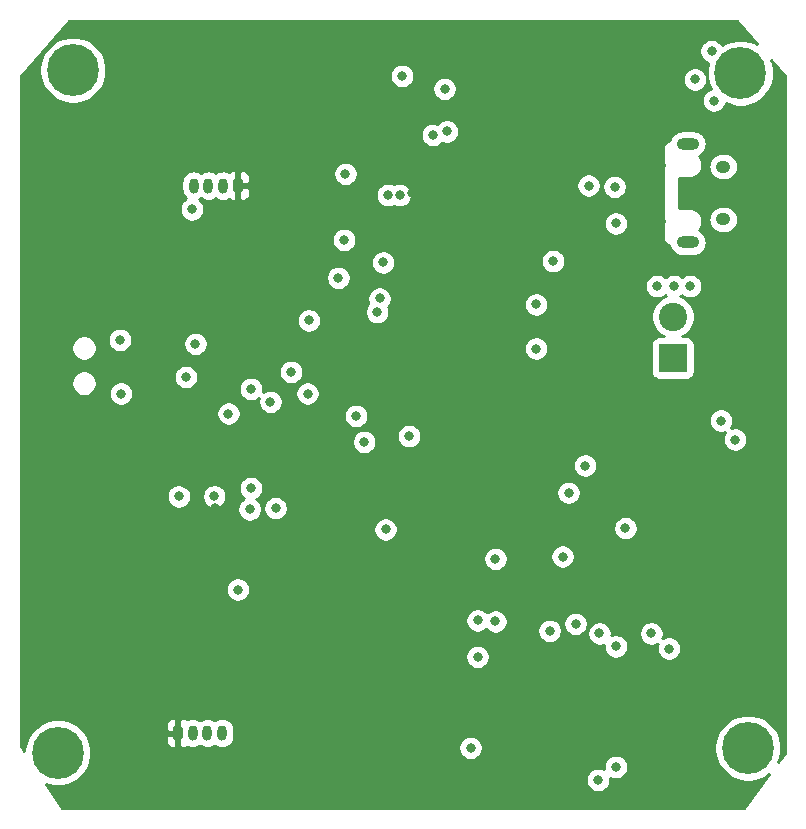
<source format=gbr>
%TF.GenerationSoftware,KiCad,Pcbnew,(5.1.9)-1*%
%TF.CreationDate,2021-05-06T02:52:02-06:00*%
%TF.ProjectId,stm32 design,73746d33-3220-4646-9573-69676e2e6b69,rev?*%
%TF.SameCoordinates,Original*%
%TF.FileFunction,Copper,L3,Inr*%
%TF.FilePolarity,Positive*%
%FSLAX46Y46*%
G04 Gerber Fmt 4.6, Leading zero omitted, Abs format (unit mm)*
G04 Created by KiCad (PCBNEW (5.1.9)-1) date 2021-05-06 02:52:02*
%MOMM*%
%LPD*%
G01*
G04 APERTURE LIST*
%TA.AperFunction,ComponentPad*%
%ADD10O,1.250000X1.050000*%
%TD*%
%TA.AperFunction,ComponentPad*%
%ADD11O,1.900000X1.000000*%
%TD*%
%TA.AperFunction,ComponentPad*%
%ADD12C,0.700000*%
%TD*%
%TA.AperFunction,ComponentPad*%
%ADD13C,4.400000*%
%TD*%
%TA.AperFunction,ComponentPad*%
%ADD14R,2.400000X2.400000*%
%TD*%
%TA.AperFunction,ComponentPad*%
%ADD15C,2.400000*%
%TD*%
%TA.AperFunction,ComponentPad*%
%ADD16O,0.800000X1.300000*%
%TD*%
%TA.AperFunction,ViaPad*%
%ADD17C,0.800000*%
%TD*%
%TA.AperFunction,Conductor*%
%ADD18C,0.254000*%
%TD*%
%TA.AperFunction,Conductor*%
%ADD19C,0.100000*%
%TD*%
G04 APERTURE END LIST*
D10*
%TO.N,Net-(J2-Pad6)*%
%TO.C,J2*%
X168100000Y-58100000D03*
X168100000Y-62550000D03*
D11*
X165100000Y-56150000D03*
X165100000Y-64500000D03*
%TD*%
D12*
%TO.N,GND*%
%TO.C,H1*%
X112926726Y-106528274D03*
X111760000Y-106045000D03*
X110593274Y-106528274D03*
X110110000Y-107695000D03*
X110593274Y-108861726D03*
X111760000Y-109345000D03*
X112926726Y-108861726D03*
X113410000Y-107695000D03*
D13*
X111760000Y-107695000D03*
%TD*%
%TO.N,GND*%
%TO.C,H2*%
X169545000Y-50165000D03*
D12*
X171195000Y-50165000D03*
X170711726Y-51331726D03*
X169545000Y-51815000D03*
X168378274Y-51331726D03*
X167895000Y-50165000D03*
X168378274Y-48998274D03*
X169545000Y-48515000D03*
X170711726Y-48998274D03*
%TD*%
%TO.N,GND*%
%TO.C,H3*%
X114196726Y-48743274D03*
X113030000Y-48260000D03*
X111863274Y-48743274D03*
X111380000Y-49910000D03*
X111863274Y-51076726D03*
X113030000Y-51560000D03*
X114196726Y-51076726D03*
X114680000Y-49910000D03*
D13*
X113030000Y-49910000D03*
%TD*%
%TO.N,GND*%
%TO.C,H4*%
X170180000Y-107315000D03*
D12*
X171830000Y-107315000D03*
X171346726Y-108481726D03*
X170180000Y-108965000D03*
X169013274Y-108481726D03*
X168530000Y-107315000D03*
X169013274Y-106148274D03*
X170180000Y-105665000D03*
X171346726Y-106148274D03*
%TD*%
D14*
%TO.N,+12V*%
%TO.C,J1*%
X163830000Y-74295000D03*
D15*
%TO.N,GND*%
X163830000Y-70795000D03*
%TD*%
%TO.N,+3.3VA*%
%TO.C,J4*%
%TA.AperFunction,ComponentPad*%
G36*
G01*
X127400000Y-59240000D02*
X127400000Y-60140000D01*
G75*
G02*
X127200000Y-60340000I-200000J0D01*
G01*
X126800000Y-60340000D01*
G75*
G02*
X126600000Y-60140000I0J200000D01*
G01*
X126600000Y-59240000D01*
G75*
G02*
X126800000Y-59040000I200000J0D01*
G01*
X127200000Y-59040000D01*
G75*
G02*
X127400000Y-59240000I0J-200000D01*
G01*
G37*
%TD.AperFunction*%
D16*
%TO.N,I2C1_SCL*%
X125750000Y-59690000D03*
%TO.N,I2C1_SDA*%
X124500000Y-59690000D03*
%TO.N,GND*%
X123250000Y-59690000D03*
%TD*%
%TO.N,GND*%
%TO.C,J5*%
X125670000Y-106045000D03*
%TO.N,USART3_RX*%
X124420000Y-106045000D03*
%TO.N,USART3_TX*%
X123170000Y-106045000D03*
%TO.N,+3.3VA*%
%TA.AperFunction,ComponentPad*%
G36*
G01*
X121520000Y-106495000D02*
X121520000Y-105595000D01*
G75*
G02*
X121720000Y-105395000I200000J0D01*
G01*
X122120000Y-105395000D01*
G75*
G02*
X122320000Y-105595000I0J-200000D01*
G01*
X122320000Y-106495000D01*
G75*
G02*
X122120000Y-106695000I-200000J0D01*
G01*
X121720000Y-106695000D01*
G75*
G02*
X121520000Y-106495000I0J200000D01*
G01*
G37*
%TD.AperFunction*%
%TD*%
D17*
%TO.N,GND*%
X169100000Y-81200000D03*
%TO.N,+3.3VA*%
X162100000Y-103000000D03*
X157500000Y-104600000D03*
X151200000Y-104100000D03*
X153400000Y-105800000D03*
X159000000Y-105800000D03*
X141700000Y-60300000D03*
X125100000Y-83200000D03*
%TO.N,+3V3*%
X117000000Y-72750000D03*
%TO.N,+3.3VA*%
X160500000Y-101750000D03*
%TO.N,GND*%
X122000000Y-86000000D03*
X125000000Y-86000000D03*
X167900000Y-79600000D03*
X162000000Y-97600000D03*
X163500000Y-98900000D03*
X157600000Y-97600000D03*
X159000000Y-98700000D03*
X148800000Y-96600000D03*
X157500000Y-110000000D03*
X159000000Y-108900000D03*
X146700000Y-107300000D03*
X163900000Y-68200000D03*
X162500000Y-68200000D03*
X165300000Y-68200000D03*
X159000000Y-62900000D03*
X140700000Y-60500000D03*
X139700000Y-60500000D03*
X136100000Y-58700000D03*
X123100000Y-61700000D03*
X117100000Y-77300000D03*
X122600000Y-75900000D03*
X126200000Y-79000000D03*
X130200000Y-87000000D03*
X128000000Y-87100000D03*
X137700000Y-81400000D03*
X127000000Y-93900000D03*
X128100000Y-85300000D03*
X137700000Y-81400000D03*
X137000000Y-79200000D03*
X148800000Y-91300000D03*
X159800000Y-88700000D03*
X165700000Y-50700000D03*
X167100000Y-48300000D03*
X167300000Y-52500000D03*
%TO.N,HSE_IN*%
X131500000Y-75470000D03*
X129750000Y-78000000D03*
X128100000Y-76900000D03*
%TO.N,+3.3VA*%
X132010872Y-87481880D03*
X131500000Y-89750000D03*
X122600000Y-85000000D03*
X125100000Y-87000000D03*
X125100000Y-88700000D03*
X127000000Y-90700000D03*
X130200000Y-90700000D03*
X125100000Y-90800000D03*
X134600000Y-92700000D03*
X134000000Y-87800000D03*
X133400000Y-79900000D03*
X133800000Y-73700000D03*
%TO.N,BUCK_IN*%
X154500000Y-91100000D03*
X155000000Y-85700000D03*
%TO.N,BUCK_BST*%
X147300000Y-99600000D03*
X147300000Y-96500000D03*
%TO.N,+5V*%
X156400000Y-83400000D03*
X153700000Y-66100000D03*
X158900000Y-59800000D03*
X156700000Y-59700000D03*
%TO.N,SWCLK*%
X144700000Y-55100000D03*
X144500000Y-51500000D03*
%TO.N,SWO*%
X143500000Y-55400000D03*
X140900000Y-50400000D03*
%TO.N,NRST*%
X132900000Y-77300000D03*
X133000000Y-71100000D03*
%TO.N,I2C1_SCL*%
X139300000Y-66200000D03*
X136000000Y-64300000D03*
%TO.N,I2C1_SDA*%
X139000000Y-69250000D03*
X135500000Y-67500000D03*
%TO.N,USART3_TX*%
X141500000Y-80900000D03*
X139500000Y-88800000D03*
%TO.N,BOOTO*%
X138800000Y-70400000D03*
X123400000Y-73100000D03*
%TO.N,BUCK_EN*%
X153400000Y-97400000D03*
X155600000Y-96800000D03*
%TO.N,USB_D+*%
X152250000Y-73500000D03*
X152250000Y-69750000D03*
%TD*%
D18*
%TO.N,+3.3VA*%
X170952488Y-47695828D02*
X170887876Y-47652656D01*
X170371939Y-47438948D01*
X169824223Y-47330000D01*
X169265777Y-47330000D01*
X168718061Y-47438948D01*
X168202124Y-47652656D01*
X168001717Y-47786564D01*
X167903937Y-47640226D01*
X167759774Y-47496063D01*
X167590256Y-47382795D01*
X167401898Y-47304774D01*
X167201939Y-47265000D01*
X166998061Y-47265000D01*
X166798102Y-47304774D01*
X166609744Y-47382795D01*
X166440226Y-47496063D01*
X166296063Y-47640226D01*
X166182795Y-47809744D01*
X166104774Y-47998102D01*
X166065000Y-48198061D01*
X166065000Y-48401939D01*
X166104774Y-48601898D01*
X166182795Y-48790256D01*
X166296063Y-48959774D01*
X166440226Y-49103937D01*
X166609744Y-49217205D01*
X166798102Y-49295226D01*
X166833753Y-49302317D01*
X166818948Y-49338061D01*
X166710000Y-49885777D01*
X166710000Y-50444223D01*
X166818948Y-50991939D01*
X167028839Y-51498660D01*
X166998102Y-51504774D01*
X166809744Y-51582795D01*
X166640226Y-51696063D01*
X166496063Y-51840226D01*
X166382795Y-52009744D01*
X166304774Y-52198102D01*
X166265000Y-52398061D01*
X166265000Y-52601939D01*
X166304774Y-52801898D01*
X166382795Y-52990256D01*
X166496063Y-53159774D01*
X166640226Y-53303937D01*
X166809744Y-53417205D01*
X166998102Y-53495226D01*
X167198061Y-53535000D01*
X167401939Y-53535000D01*
X167601898Y-53495226D01*
X167790256Y-53417205D01*
X167959774Y-53303937D01*
X168103937Y-53159774D01*
X168217205Y-52990256D01*
X168295226Y-52801898D01*
X168311028Y-52722454D01*
X168718061Y-52891052D01*
X169265777Y-53000000D01*
X169824223Y-53000000D01*
X170371939Y-52891052D01*
X170887876Y-52677344D01*
X171352207Y-52367088D01*
X171747088Y-51972207D01*
X172057344Y-51507876D01*
X172271052Y-50991939D01*
X172380000Y-50444223D01*
X172380000Y-49885777D01*
X172271052Y-49338061D01*
X172164629Y-49081133D01*
X173330001Y-50412987D01*
X173330000Y-107730000D01*
X172764200Y-108484400D01*
X172906052Y-108141939D01*
X173015000Y-107594223D01*
X173015000Y-107035777D01*
X172906052Y-106488061D01*
X172692344Y-105972124D01*
X172382088Y-105507793D01*
X171987207Y-105112912D01*
X171522876Y-104802656D01*
X171006939Y-104588948D01*
X170459223Y-104480000D01*
X169900777Y-104480000D01*
X169353061Y-104588948D01*
X168837124Y-104802656D01*
X168372793Y-105112912D01*
X167977912Y-105507793D01*
X167667656Y-105972124D01*
X167453948Y-106488061D01*
X167345000Y-107035777D01*
X167345000Y-107594223D01*
X167453948Y-108141939D01*
X167667656Y-108657876D01*
X167977912Y-109122207D01*
X168372793Y-109517088D01*
X168837124Y-109827344D01*
X169353061Y-110041052D01*
X169900777Y-110150000D01*
X170459223Y-110150000D01*
X171006939Y-110041052D01*
X171522876Y-109827344D01*
X171987207Y-109517088D01*
X171997116Y-109507179D01*
X169850001Y-112370000D01*
X112113221Y-112370000D01*
X110768472Y-110352877D01*
X110933061Y-110421052D01*
X111480777Y-110530000D01*
X112039223Y-110530000D01*
X112586939Y-110421052D01*
X113102876Y-110207344D01*
X113565750Y-109898061D01*
X156465000Y-109898061D01*
X156465000Y-110101939D01*
X156504774Y-110301898D01*
X156582795Y-110490256D01*
X156696063Y-110659774D01*
X156840226Y-110803937D01*
X157009744Y-110917205D01*
X157198102Y-110995226D01*
X157398061Y-111035000D01*
X157601939Y-111035000D01*
X157801898Y-110995226D01*
X157990256Y-110917205D01*
X158159774Y-110803937D01*
X158303937Y-110659774D01*
X158417205Y-110490256D01*
X158495226Y-110301898D01*
X158535000Y-110101939D01*
X158535000Y-109898061D01*
X158519741Y-109821346D01*
X158698102Y-109895226D01*
X158898061Y-109935000D01*
X159101939Y-109935000D01*
X159301898Y-109895226D01*
X159490256Y-109817205D01*
X159659774Y-109703937D01*
X159803937Y-109559774D01*
X159917205Y-109390256D01*
X159995226Y-109201898D01*
X160035000Y-109001939D01*
X160035000Y-108798061D01*
X159995226Y-108598102D01*
X159917205Y-108409744D01*
X159803937Y-108240226D01*
X159659774Y-108096063D01*
X159490256Y-107982795D01*
X159301898Y-107904774D01*
X159101939Y-107865000D01*
X158898061Y-107865000D01*
X158698102Y-107904774D01*
X158509744Y-107982795D01*
X158340226Y-108096063D01*
X158196063Y-108240226D01*
X158082795Y-108409744D01*
X158004774Y-108598102D01*
X157965000Y-108798061D01*
X157965000Y-109001939D01*
X157980259Y-109078654D01*
X157801898Y-109004774D01*
X157601939Y-108965000D01*
X157398061Y-108965000D01*
X157198102Y-109004774D01*
X157009744Y-109082795D01*
X156840226Y-109196063D01*
X156696063Y-109340226D01*
X156582795Y-109509744D01*
X156504774Y-109698102D01*
X156465000Y-109898061D01*
X113565750Y-109898061D01*
X113567207Y-109897088D01*
X113962088Y-109502207D01*
X114272344Y-109037876D01*
X114486052Y-108521939D01*
X114595000Y-107974223D01*
X114595000Y-107415777D01*
X114486052Y-106868061D01*
X114414368Y-106695000D01*
X120881928Y-106695000D01*
X120894188Y-106819482D01*
X120930498Y-106939180D01*
X120989463Y-107049494D01*
X121068815Y-107146185D01*
X121165506Y-107225537D01*
X121275820Y-107284502D01*
X121395518Y-107320812D01*
X121520000Y-107333072D01*
X121634250Y-107330000D01*
X121793000Y-107171250D01*
X121793000Y-106172000D01*
X121043750Y-106172000D01*
X120885000Y-106330750D01*
X120881928Y-106695000D01*
X114414368Y-106695000D01*
X114272344Y-106352124D01*
X113962088Y-105887793D01*
X113567207Y-105492912D01*
X113420672Y-105395000D01*
X120881928Y-105395000D01*
X120885000Y-105759250D01*
X121043750Y-105918000D01*
X121793000Y-105918000D01*
X121793000Y-104918750D01*
X122047000Y-104918750D01*
X122047000Y-105918000D01*
X122067000Y-105918000D01*
X122067000Y-106172000D01*
X122047000Y-106172000D01*
X122047000Y-107171250D01*
X122205750Y-107330000D01*
X122320000Y-107333072D01*
X122444482Y-107320812D01*
X122564180Y-107284502D01*
X122674494Y-107225537D01*
X122690594Y-107212324D01*
X122772008Y-107255841D01*
X122967106Y-107315024D01*
X123170000Y-107335007D01*
X123372895Y-107315024D01*
X123567993Y-107255841D01*
X123747797Y-107159734D01*
X123795001Y-107120995D01*
X123842204Y-107159734D01*
X124022008Y-107255841D01*
X124217106Y-107315024D01*
X124420000Y-107335007D01*
X124622895Y-107315024D01*
X124817993Y-107255841D01*
X124997797Y-107159734D01*
X125045001Y-107120995D01*
X125092204Y-107159734D01*
X125272008Y-107255841D01*
X125467106Y-107315024D01*
X125670000Y-107335007D01*
X125872895Y-107315024D01*
X126067993Y-107255841D01*
X126176092Y-107198061D01*
X145665000Y-107198061D01*
X145665000Y-107401939D01*
X145704774Y-107601898D01*
X145782795Y-107790256D01*
X145896063Y-107959774D01*
X146040226Y-108103937D01*
X146209744Y-108217205D01*
X146398102Y-108295226D01*
X146598061Y-108335000D01*
X146801939Y-108335000D01*
X147001898Y-108295226D01*
X147190256Y-108217205D01*
X147359774Y-108103937D01*
X147503937Y-107959774D01*
X147617205Y-107790256D01*
X147695226Y-107601898D01*
X147735000Y-107401939D01*
X147735000Y-107198061D01*
X147695226Y-106998102D01*
X147617205Y-106809744D01*
X147503937Y-106640226D01*
X147359774Y-106496063D01*
X147190256Y-106382795D01*
X147001898Y-106304774D01*
X146801939Y-106265000D01*
X146598061Y-106265000D01*
X146398102Y-106304774D01*
X146209744Y-106382795D01*
X146040226Y-106496063D01*
X145896063Y-106640226D01*
X145782795Y-106809744D01*
X145704774Y-106998102D01*
X145665000Y-107198061D01*
X126176092Y-107198061D01*
X126247797Y-107159734D01*
X126405396Y-107030396D01*
X126534734Y-106872797D01*
X126630841Y-106692992D01*
X126690024Y-106497894D01*
X126705000Y-106345837D01*
X126705000Y-105744162D01*
X126690024Y-105592105D01*
X126630841Y-105397007D01*
X126534734Y-105217203D01*
X126405396Y-105059604D01*
X126247797Y-104930266D01*
X126067992Y-104834159D01*
X125872894Y-104774976D01*
X125670000Y-104754993D01*
X125467105Y-104774976D01*
X125272007Y-104834159D01*
X125092203Y-104930266D01*
X125045000Y-104969004D01*
X124997797Y-104930266D01*
X124817992Y-104834159D01*
X124622894Y-104774976D01*
X124420000Y-104754993D01*
X124217105Y-104774976D01*
X124022007Y-104834159D01*
X123842203Y-104930266D01*
X123795000Y-104969004D01*
X123747797Y-104930266D01*
X123567992Y-104834159D01*
X123372894Y-104774976D01*
X123170000Y-104754993D01*
X122967105Y-104774976D01*
X122772007Y-104834159D01*
X122690593Y-104877675D01*
X122674494Y-104864463D01*
X122564180Y-104805498D01*
X122444482Y-104769188D01*
X122320000Y-104756928D01*
X122205750Y-104760000D01*
X122047000Y-104918750D01*
X121793000Y-104918750D01*
X121634250Y-104760000D01*
X121520000Y-104756928D01*
X121395518Y-104769188D01*
X121275820Y-104805498D01*
X121165506Y-104864463D01*
X121068815Y-104943815D01*
X120989463Y-105040506D01*
X120930498Y-105150820D01*
X120894188Y-105270518D01*
X120881928Y-105395000D01*
X113420672Y-105395000D01*
X113102876Y-105182656D01*
X112586939Y-104968948D01*
X112039223Y-104860000D01*
X111480777Y-104860000D01*
X110933061Y-104968948D01*
X110417124Y-105182656D01*
X109952793Y-105492912D01*
X109557912Y-105887793D01*
X109247656Y-106352124D01*
X109033948Y-106868061D01*
X108925000Y-107415777D01*
X108925000Y-107587669D01*
X108610000Y-107115169D01*
X108610000Y-99498061D01*
X146265000Y-99498061D01*
X146265000Y-99701939D01*
X146304774Y-99901898D01*
X146382795Y-100090256D01*
X146496063Y-100259774D01*
X146640226Y-100403937D01*
X146809744Y-100517205D01*
X146998102Y-100595226D01*
X147198061Y-100635000D01*
X147401939Y-100635000D01*
X147601898Y-100595226D01*
X147790256Y-100517205D01*
X147959774Y-100403937D01*
X148103937Y-100259774D01*
X148217205Y-100090256D01*
X148295226Y-99901898D01*
X148335000Y-99701939D01*
X148335000Y-99498061D01*
X148295226Y-99298102D01*
X148217205Y-99109744D01*
X148103937Y-98940226D01*
X147959774Y-98796063D01*
X147790256Y-98682795D01*
X147601898Y-98604774D01*
X147401939Y-98565000D01*
X147198061Y-98565000D01*
X146998102Y-98604774D01*
X146809744Y-98682795D01*
X146640226Y-98796063D01*
X146496063Y-98940226D01*
X146382795Y-99109744D01*
X146304774Y-99298102D01*
X146265000Y-99498061D01*
X108610000Y-99498061D01*
X108610000Y-96398061D01*
X146265000Y-96398061D01*
X146265000Y-96601939D01*
X146304774Y-96801898D01*
X146382795Y-96990256D01*
X146496063Y-97159774D01*
X146640226Y-97303937D01*
X146809744Y-97417205D01*
X146998102Y-97495226D01*
X147198061Y-97535000D01*
X147401939Y-97535000D01*
X147601898Y-97495226D01*
X147790256Y-97417205D01*
X147959774Y-97303937D01*
X148000000Y-97263711D01*
X148140226Y-97403937D01*
X148309744Y-97517205D01*
X148498102Y-97595226D01*
X148698061Y-97635000D01*
X148901939Y-97635000D01*
X149101898Y-97595226D01*
X149290256Y-97517205D01*
X149459774Y-97403937D01*
X149565650Y-97298061D01*
X152365000Y-97298061D01*
X152365000Y-97501939D01*
X152404774Y-97701898D01*
X152482795Y-97890256D01*
X152596063Y-98059774D01*
X152740226Y-98203937D01*
X152909744Y-98317205D01*
X153098102Y-98395226D01*
X153298061Y-98435000D01*
X153501939Y-98435000D01*
X153701898Y-98395226D01*
X153890256Y-98317205D01*
X154059774Y-98203937D01*
X154203937Y-98059774D01*
X154317205Y-97890256D01*
X154395226Y-97701898D01*
X154435000Y-97501939D01*
X154435000Y-97298061D01*
X154395226Y-97098102D01*
X154317205Y-96909744D01*
X154203937Y-96740226D01*
X154161772Y-96698061D01*
X154565000Y-96698061D01*
X154565000Y-96901939D01*
X154604774Y-97101898D01*
X154682795Y-97290256D01*
X154796063Y-97459774D01*
X154940226Y-97603937D01*
X155109744Y-97717205D01*
X155298102Y-97795226D01*
X155498061Y-97835000D01*
X155701939Y-97835000D01*
X155901898Y-97795226D01*
X156090256Y-97717205D01*
X156259774Y-97603937D01*
X156365650Y-97498061D01*
X156565000Y-97498061D01*
X156565000Y-97701939D01*
X156604774Y-97901898D01*
X156682795Y-98090256D01*
X156796063Y-98259774D01*
X156940226Y-98403937D01*
X157109744Y-98517205D01*
X157298102Y-98595226D01*
X157498061Y-98635000D01*
X157701939Y-98635000D01*
X157901898Y-98595226D01*
X157971280Y-98566487D01*
X157965000Y-98598061D01*
X157965000Y-98801939D01*
X158004774Y-99001898D01*
X158082795Y-99190256D01*
X158196063Y-99359774D01*
X158340226Y-99503937D01*
X158509744Y-99617205D01*
X158698102Y-99695226D01*
X158898061Y-99735000D01*
X159101939Y-99735000D01*
X159301898Y-99695226D01*
X159490256Y-99617205D01*
X159659774Y-99503937D01*
X159803937Y-99359774D01*
X159917205Y-99190256D01*
X159995226Y-99001898D01*
X160035000Y-98801939D01*
X160035000Y-98598061D01*
X159995226Y-98398102D01*
X159917205Y-98209744D01*
X159803937Y-98040226D01*
X159659774Y-97896063D01*
X159490256Y-97782795D01*
X159301898Y-97704774D01*
X159101939Y-97665000D01*
X158898061Y-97665000D01*
X158698102Y-97704774D01*
X158628720Y-97733513D01*
X158635000Y-97701939D01*
X158635000Y-97498061D01*
X160965000Y-97498061D01*
X160965000Y-97701939D01*
X161004774Y-97901898D01*
X161082795Y-98090256D01*
X161196063Y-98259774D01*
X161340226Y-98403937D01*
X161509744Y-98517205D01*
X161698102Y-98595226D01*
X161898061Y-98635000D01*
X162101939Y-98635000D01*
X162301898Y-98595226D01*
X162490256Y-98517205D01*
X162556662Y-98472834D01*
X162504774Y-98598102D01*
X162465000Y-98798061D01*
X162465000Y-99001939D01*
X162504774Y-99201898D01*
X162582795Y-99390256D01*
X162696063Y-99559774D01*
X162840226Y-99703937D01*
X163009744Y-99817205D01*
X163198102Y-99895226D01*
X163398061Y-99935000D01*
X163601939Y-99935000D01*
X163801898Y-99895226D01*
X163990256Y-99817205D01*
X164159774Y-99703937D01*
X164303937Y-99559774D01*
X164417205Y-99390256D01*
X164495226Y-99201898D01*
X164535000Y-99001939D01*
X164535000Y-98798061D01*
X164495226Y-98598102D01*
X164417205Y-98409744D01*
X164303937Y-98240226D01*
X164159774Y-98096063D01*
X163990256Y-97982795D01*
X163801898Y-97904774D01*
X163601939Y-97865000D01*
X163398061Y-97865000D01*
X163198102Y-97904774D01*
X163009744Y-97982795D01*
X162943338Y-98027166D01*
X162995226Y-97901898D01*
X163035000Y-97701939D01*
X163035000Y-97498061D01*
X162995226Y-97298102D01*
X162917205Y-97109744D01*
X162803937Y-96940226D01*
X162659774Y-96796063D01*
X162490256Y-96682795D01*
X162301898Y-96604774D01*
X162101939Y-96565000D01*
X161898061Y-96565000D01*
X161698102Y-96604774D01*
X161509744Y-96682795D01*
X161340226Y-96796063D01*
X161196063Y-96940226D01*
X161082795Y-97109744D01*
X161004774Y-97298102D01*
X160965000Y-97498061D01*
X158635000Y-97498061D01*
X158595226Y-97298102D01*
X158517205Y-97109744D01*
X158403937Y-96940226D01*
X158259774Y-96796063D01*
X158090256Y-96682795D01*
X157901898Y-96604774D01*
X157701939Y-96565000D01*
X157498061Y-96565000D01*
X157298102Y-96604774D01*
X157109744Y-96682795D01*
X156940226Y-96796063D01*
X156796063Y-96940226D01*
X156682795Y-97109744D01*
X156604774Y-97298102D01*
X156565000Y-97498061D01*
X156365650Y-97498061D01*
X156403937Y-97459774D01*
X156517205Y-97290256D01*
X156595226Y-97101898D01*
X156635000Y-96901939D01*
X156635000Y-96698061D01*
X156595226Y-96498102D01*
X156517205Y-96309744D01*
X156403937Y-96140226D01*
X156259774Y-95996063D01*
X156090256Y-95882795D01*
X155901898Y-95804774D01*
X155701939Y-95765000D01*
X155498061Y-95765000D01*
X155298102Y-95804774D01*
X155109744Y-95882795D01*
X154940226Y-95996063D01*
X154796063Y-96140226D01*
X154682795Y-96309744D01*
X154604774Y-96498102D01*
X154565000Y-96698061D01*
X154161772Y-96698061D01*
X154059774Y-96596063D01*
X153890256Y-96482795D01*
X153701898Y-96404774D01*
X153501939Y-96365000D01*
X153298061Y-96365000D01*
X153098102Y-96404774D01*
X152909744Y-96482795D01*
X152740226Y-96596063D01*
X152596063Y-96740226D01*
X152482795Y-96909744D01*
X152404774Y-97098102D01*
X152365000Y-97298061D01*
X149565650Y-97298061D01*
X149603937Y-97259774D01*
X149717205Y-97090256D01*
X149795226Y-96901898D01*
X149835000Y-96701939D01*
X149835000Y-96498061D01*
X149795226Y-96298102D01*
X149717205Y-96109744D01*
X149603937Y-95940226D01*
X149459774Y-95796063D01*
X149290256Y-95682795D01*
X149101898Y-95604774D01*
X148901939Y-95565000D01*
X148698061Y-95565000D01*
X148498102Y-95604774D01*
X148309744Y-95682795D01*
X148140226Y-95796063D01*
X148100000Y-95836289D01*
X147959774Y-95696063D01*
X147790256Y-95582795D01*
X147601898Y-95504774D01*
X147401939Y-95465000D01*
X147198061Y-95465000D01*
X146998102Y-95504774D01*
X146809744Y-95582795D01*
X146640226Y-95696063D01*
X146496063Y-95840226D01*
X146382795Y-96009744D01*
X146304774Y-96198102D01*
X146265000Y-96398061D01*
X108610000Y-96398061D01*
X108610000Y-93798061D01*
X125965000Y-93798061D01*
X125965000Y-94001939D01*
X126004774Y-94201898D01*
X126082795Y-94390256D01*
X126196063Y-94559774D01*
X126340226Y-94703937D01*
X126509744Y-94817205D01*
X126698102Y-94895226D01*
X126898061Y-94935000D01*
X127101939Y-94935000D01*
X127301898Y-94895226D01*
X127490256Y-94817205D01*
X127659774Y-94703937D01*
X127803937Y-94559774D01*
X127917205Y-94390256D01*
X127995226Y-94201898D01*
X128035000Y-94001939D01*
X128035000Y-93798061D01*
X127995226Y-93598102D01*
X127917205Y-93409744D01*
X127803937Y-93240226D01*
X127659774Y-93096063D01*
X127490256Y-92982795D01*
X127301898Y-92904774D01*
X127101939Y-92865000D01*
X126898061Y-92865000D01*
X126698102Y-92904774D01*
X126509744Y-92982795D01*
X126340226Y-93096063D01*
X126196063Y-93240226D01*
X126082795Y-93409744D01*
X126004774Y-93598102D01*
X125965000Y-93798061D01*
X108610000Y-93798061D01*
X108610000Y-91198061D01*
X147765000Y-91198061D01*
X147765000Y-91401939D01*
X147804774Y-91601898D01*
X147882795Y-91790256D01*
X147996063Y-91959774D01*
X148140226Y-92103937D01*
X148309744Y-92217205D01*
X148498102Y-92295226D01*
X148698061Y-92335000D01*
X148901939Y-92335000D01*
X149101898Y-92295226D01*
X149290256Y-92217205D01*
X149459774Y-92103937D01*
X149603937Y-91959774D01*
X149717205Y-91790256D01*
X149795226Y-91601898D01*
X149835000Y-91401939D01*
X149835000Y-91198061D01*
X149795226Y-90998102D01*
X149795210Y-90998061D01*
X153465000Y-90998061D01*
X153465000Y-91201939D01*
X153504774Y-91401898D01*
X153582795Y-91590256D01*
X153696063Y-91759774D01*
X153840226Y-91903937D01*
X154009744Y-92017205D01*
X154198102Y-92095226D01*
X154398061Y-92135000D01*
X154601939Y-92135000D01*
X154801898Y-92095226D01*
X154990256Y-92017205D01*
X155159774Y-91903937D01*
X155303937Y-91759774D01*
X155417205Y-91590256D01*
X155495226Y-91401898D01*
X155535000Y-91201939D01*
X155535000Y-90998061D01*
X155495226Y-90798102D01*
X155417205Y-90609744D01*
X155303937Y-90440226D01*
X155159774Y-90296063D01*
X154990256Y-90182795D01*
X154801898Y-90104774D01*
X154601939Y-90065000D01*
X154398061Y-90065000D01*
X154198102Y-90104774D01*
X154009744Y-90182795D01*
X153840226Y-90296063D01*
X153696063Y-90440226D01*
X153582795Y-90609744D01*
X153504774Y-90798102D01*
X153465000Y-90998061D01*
X149795210Y-90998061D01*
X149717205Y-90809744D01*
X149603937Y-90640226D01*
X149459774Y-90496063D01*
X149290256Y-90382795D01*
X149101898Y-90304774D01*
X148901939Y-90265000D01*
X148698061Y-90265000D01*
X148498102Y-90304774D01*
X148309744Y-90382795D01*
X148140226Y-90496063D01*
X147996063Y-90640226D01*
X147882795Y-90809744D01*
X147804774Y-90998102D01*
X147765000Y-91198061D01*
X108610000Y-91198061D01*
X108610000Y-88698061D01*
X138465000Y-88698061D01*
X138465000Y-88901939D01*
X138504774Y-89101898D01*
X138582795Y-89290256D01*
X138696063Y-89459774D01*
X138840226Y-89603937D01*
X139009744Y-89717205D01*
X139198102Y-89795226D01*
X139398061Y-89835000D01*
X139601939Y-89835000D01*
X139801898Y-89795226D01*
X139990256Y-89717205D01*
X140159774Y-89603937D01*
X140303937Y-89459774D01*
X140417205Y-89290256D01*
X140495226Y-89101898D01*
X140535000Y-88901939D01*
X140535000Y-88698061D01*
X140515109Y-88598061D01*
X158765000Y-88598061D01*
X158765000Y-88801939D01*
X158804774Y-89001898D01*
X158882795Y-89190256D01*
X158996063Y-89359774D01*
X159140226Y-89503937D01*
X159309744Y-89617205D01*
X159498102Y-89695226D01*
X159698061Y-89735000D01*
X159901939Y-89735000D01*
X160101898Y-89695226D01*
X160290256Y-89617205D01*
X160459774Y-89503937D01*
X160603937Y-89359774D01*
X160717205Y-89190256D01*
X160795226Y-89001898D01*
X160835000Y-88801939D01*
X160835000Y-88598061D01*
X160795226Y-88398102D01*
X160717205Y-88209744D01*
X160603937Y-88040226D01*
X160459774Y-87896063D01*
X160290256Y-87782795D01*
X160101898Y-87704774D01*
X159901939Y-87665000D01*
X159698061Y-87665000D01*
X159498102Y-87704774D01*
X159309744Y-87782795D01*
X159140226Y-87896063D01*
X158996063Y-88040226D01*
X158882795Y-88209744D01*
X158804774Y-88398102D01*
X158765000Y-88598061D01*
X140515109Y-88598061D01*
X140495226Y-88498102D01*
X140417205Y-88309744D01*
X140303937Y-88140226D01*
X140159774Y-87996063D01*
X139990256Y-87882795D01*
X139801898Y-87804774D01*
X139601939Y-87765000D01*
X139398061Y-87765000D01*
X139198102Y-87804774D01*
X139009744Y-87882795D01*
X138840226Y-87996063D01*
X138696063Y-88140226D01*
X138582795Y-88309744D01*
X138504774Y-88498102D01*
X138465000Y-88698061D01*
X108610000Y-88698061D01*
X108610000Y-85898061D01*
X120965000Y-85898061D01*
X120965000Y-86101939D01*
X121004774Y-86301898D01*
X121082795Y-86490256D01*
X121196063Y-86659774D01*
X121340226Y-86803937D01*
X121509744Y-86917205D01*
X121698102Y-86995226D01*
X121898061Y-87035000D01*
X122101939Y-87035000D01*
X122301898Y-86995226D01*
X122490256Y-86917205D01*
X122659774Y-86803937D01*
X122803937Y-86659774D01*
X122917205Y-86490256D01*
X122995226Y-86301898D01*
X123035000Y-86101939D01*
X123035000Y-85898061D01*
X123965000Y-85898061D01*
X123965000Y-86101939D01*
X124004774Y-86301898D01*
X124082795Y-86490256D01*
X124196063Y-86659774D01*
X124340226Y-86803937D01*
X124509744Y-86917205D01*
X124698102Y-86995226D01*
X124898061Y-87035000D01*
X125101939Y-87035000D01*
X125287645Y-86998061D01*
X126965000Y-86998061D01*
X126965000Y-87201939D01*
X127004774Y-87401898D01*
X127082795Y-87590256D01*
X127196063Y-87759774D01*
X127340226Y-87903937D01*
X127509744Y-88017205D01*
X127698102Y-88095226D01*
X127898061Y-88135000D01*
X128101939Y-88135000D01*
X128301898Y-88095226D01*
X128490256Y-88017205D01*
X128659774Y-87903937D01*
X128803937Y-87759774D01*
X128917205Y-87590256D01*
X128995226Y-87401898D01*
X129035000Y-87201939D01*
X129035000Y-86998061D01*
X129015109Y-86898061D01*
X129165000Y-86898061D01*
X129165000Y-87101939D01*
X129204774Y-87301898D01*
X129282795Y-87490256D01*
X129396063Y-87659774D01*
X129540226Y-87803937D01*
X129709744Y-87917205D01*
X129898102Y-87995226D01*
X130098061Y-88035000D01*
X130301939Y-88035000D01*
X130501898Y-87995226D01*
X130690256Y-87917205D01*
X130859774Y-87803937D01*
X131003937Y-87659774D01*
X131117205Y-87490256D01*
X131195226Y-87301898D01*
X131235000Y-87101939D01*
X131235000Y-86898061D01*
X131195226Y-86698102D01*
X131117205Y-86509744D01*
X131003937Y-86340226D01*
X130859774Y-86196063D01*
X130690256Y-86082795D01*
X130501898Y-86004774D01*
X130301939Y-85965000D01*
X130098061Y-85965000D01*
X129898102Y-86004774D01*
X129709744Y-86082795D01*
X129540226Y-86196063D01*
X129396063Y-86340226D01*
X129282795Y-86509744D01*
X129204774Y-86698102D01*
X129165000Y-86898061D01*
X129015109Y-86898061D01*
X128995226Y-86798102D01*
X128917205Y-86609744D01*
X128803937Y-86440226D01*
X128659774Y-86296063D01*
X128560315Y-86229607D01*
X128590256Y-86217205D01*
X128759774Y-86103937D01*
X128903937Y-85959774D01*
X129017205Y-85790256D01*
X129095226Y-85601898D01*
X129095989Y-85598061D01*
X153965000Y-85598061D01*
X153965000Y-85801939D01*
X154004774Y-86001898D01*
X154082795Y-86190256D01*
X154196063Y-86359774D01*
X154340226Y-86503937D01*
X154509744Y-86617205D01*
X154698102Y-86695226D01*
X154898061Y-86735000D01*
X155101939Y-86735000D01*
X155301898Y-86695226D01*
X155490256Y-86617205D01*
X155659774Y-86503937D01*
X155803937Y-86359774D01*
X155917205Y-86190256D01*
X155995226Y-86001898D01*
X156035000Y-85801939D01*
X156035000Y-85598061D01*
X155995226Y-85398102D01*
X155917205Y-85209744D01*
X155803937Y-85040226D01*
X155659774Y-84896063D01*
X155490256Y-84782795D01*
X155301898Y-84704774D01*
X155101939Y-84665000D01*
X154898061Y-84665000D01*
X154698102Y-84704774D01*
X154509744Y-84782795D01*
X154340226Y-84896063D01*
X154196063Y-85040226D01*
X154082795Y-85209744D01*
X154004774Y-85398102D01*
X153965000Y-85598061D01*
X129095989Y-85598061D01*
X129135000Y-85401939D01*
X129135000Y-85198061D01*
X129095226Y-84998102D01*
X129017205Y-84809744D01*
X128903937Y-84640226D01*
X128759774Y-84496063D01*
X128590256Y-84382795D01*
X128401898Y-84304774D01*
X128201939Y-84265000D01*
X127998061Y-84265000D01*
X127798102Y-84304774D01*
X127609744Y-84382795D01*
X127440226Y-84496063D01*
X127296063Y-84640226D01*
X127182795Y-84809744D01*
X127104774Y-84998102D01*
X127065000Y-85198061D01*
X127065000Y-85401939D01*
X127104774Y-85601898D01*
X127182795Y-85790256D01*
X127296063Y-85959774D01*
X127440226Y-86103937D01*
X127539685Y-86170393D01*
X127509744Y-86182795D01*
X127340226Y-86296063D01*
X127196063Y-86440226D01*
X127082795Y-86609744D01*
X127004774Y-86798102D01*
X126965000Y-86998061D01*
X125287645Y-86998061D01*
X125301898Y-86995226D01*
X125490256Y-86917205D01*
X125659774Y-86803937D01*
X125803937Y-86659774D01*
X125917205Y-86490256D01*
X125995226Y-86301898D01*
X126035000Y-86101939D01*
X126035000Y-85898061D01*
X125995226Y-85698102D01*
X125917205Y-85509744D01*
X125803937Y-85340226D01*
X125659774Y-85196063D01*
X125490256Y-85082795D01*
X125301898Y-85004774D01*
X125101939Y-84965000D01*
X124898061Y-84965000D01*
X124698102Y-85004774D01*
X124509744Y-85082795D01*
X124340226Y-85196063D01*
X124196063Y-85340226D01*
X124082795Y-85509744D01*
X124004774Y-85698102D01*
X123965000Y-85898061D01*
X123035000Y-85898061D01*
X122995226Y-85698102D01*
X122917205Y-85509744D01*
X122803937Y-85340226D01*
X122659774Y-85196063D01*
X122490256Y-85082795D01*
X122301898Y-85004774D01*
X122101939Y-84965000D01*
X121898061Y-84965000D01*
X121698102Y-85004774D01*
X121509744Y-85082795D01*
X121340226Y-85196063D01*
X121196063Y-85340226D01*
X121082795Y-85509744D01*
X121004774Y-85698102D01*
X120965000Y-85898061D01*
X108610000Y-85898061D01*
X108610000Y-83298061D01*
X155365000Y-83298061D01*
X155365000Y-83501939D01*
X155404774Y-83701898D01*
X155482795Y-83890256D01*
X155596063Y-84059774D01*
X155740226Y-84203937D01*
X155909744Y-84317205D01*
X156098102Y-84395226D01*
X156298061Y-84435000D01*
X156501939Y-84435000D01*
X156701898Y-84395226D01*
X156890256Y-84317205D01*
X157059774Y-84203937D01*
X157203937Y-84059774D01*
X157317205Y-83890256D01*
X157395226Y-83701898D01*
X157435000Y-83501939D01*
X157435000Y-83298061D01*
X157395226Y-83098102D01*
X157317205Y-82909744D01*
X157203937Y-82740226D01*
X157059774Y-82596063D01*
X156890256Y-82482795D01*
X156701898Y-82404774D01*
X156501939Y-82365000D01*
X156298061Y-82365000D01*
X156098102Y-82404774D01*
X155909744Y-82482795D01*
X155740226Y-82596063D01*
X155596063Y-82740226D01*
X155482795Y-82909744D01*
X155404774Y-83098102D01*
X155365000Y-83298061D01*
X108610000Y-83298061D01*
X108610000Y-81298061D01*
X136665000Y-81298061D01*
X136665000Y-81501939D01*
X136704774Y-81701898D01*
X136782795Y-81890256D01*
X136896063Y-82059774D01*
X137040226Y-82203937D01*
X137209744Y-82317205D01*
X137398102Y-82395226D01*
X137598061Y-82435000D01*
X137801939Y-82435000D01*
X138001898Y-82395226D01*
X138190256Y-82317205D01*
X138359774Y-82203937D01*
X138503937Y-82059774D01*
X138617205Y-81890256D01*
X138695226Y-81701898D01*
X138735000Y-81501939D01*
X138735000Y-81298061D01*
X138695226Y-81098102D01*
X138617205Y-80909744D01*
X138542582Y-80798061D01*
X140465000Y-80798061D01*
X140465000Y-81001939D01*
X140504774Y-81201898D01*
X140582795Y-81390256D01*
X140696063Y-81559774D01*
X140840226Y-81703937D01*
X141009744Y-81817205D01*
X141198102Y-81895226D01*
X141398061Y-81935000D01*
X141601939Y-81935000D01*
X141801898Y-81895226D01*
X141990256Y-81817205D01*
X142159774Y-81703937D01*
X142303937Y-81559774D01*
X142417205Y-81390256D01*
X142495226Y-81201898D01*
X142535000Y-81001939D01*
X142535000Y-80798061D01*
X142495226Y-80598102D01*
X142417205Y-80409744D01*
X142303937Y-80240226D01*
X142159774Y-80096063D01*
X141990256Y-79982795D01*
X141801898Y-79904774D01*
X141601939Y-79865000D01*
X141398061Y-79865000D01*
X141198102Y-79904774D01*
X141009744Y-79982795D01*
X140840226Y-80096063D01*
X140696063Y-80240226D01*
X140582795Y-80409744D01*
X140504774Y-80598102D01*
X140465000Y-80798061D01*
X138542582Y-80798061D01*
X138503937Y-80740226D01*
X138359774Y-80596063D01*
X138190256Y-80482795D01*
X138001898Y-80404774D01*
X137801939Y-80365000D01*
X137598061Y-80365000D01*
X137398102Y-80404774D01*
X137209744Y-80482795D01*
X137040226Y-80596063D01*
X136896063Y-80740226D01*
X136782795Y-80909744D01*
X136704774Y-81098102D01*
X136665000Y-81298061D01*
X108610000Y-81298061D01*
X108610000Y-78898061D01*
X125165000Y-78898061D01*
X125165000Y-79101939D01*
X125204774Y-79301898D01*
X125282795Y-79490256D01*
X125396063Y-79659774D01*
X125540226Y-79803937D01*
X125709744Y-79917205D01*
X125898102Y-79995226D01*
X126098061Y-80035000D01*
X126301939Y-80035000D01*
X126501898Y-79995226D01*
X126690256Y-79917205D01*
X126859774Y-79803937D01*
X127003937Y-79659774D01*
X127117205Y-79490256D01*
X127195226Y-79301898D01*
X127235000Y-79101939D01*
X127235000Y-79098061D01*
X135965000Y-79098061D01*
X135965000Y-79301939D01*
X136004774Y-79501898D01*
X136082795Y-79690256D01*
X136196063Y-79859774D01*
X136340226Y-80003937D01*
X136509744Y-80117205D01*
X136698102Y-80195226D01*
X136898061Y-80235000D01*
X137101939Y-80235000D01*
X137301898Y-80195226D01*
X137490256Y-80117205D01*
X137659774Y-80003937D01*
X137803937Y-79859774D01*
X137917205Y-79690256D01*
X137995226Y-79501898D01*
X137995989Y-79498061D01*
X166865000Y-79498061D01*
X166865000Y-79701939D01*
X166904774Y-79901898D01*
X166982795Y-80090256D01*
X167096063Y-80259774D01*
X167240226Y-80403937D01*
X167409744Y-80517205D01*
X167598102Y-80595226D01*
X167798061Y-80635000D01*
X168001939Y-80635000D01*
X168201898Y-80595226D01*
X168281285Y-80562342D01*
X168182795Y-80709744D01*
X168104774Y-80898102D01*
X168065000Y-81098061D01*
X168065000Y-81301939D01*
X168104774Y-81501898D01*
X168182795Y-81690256D01*
X168296063Y-81859774D01*
X168440226Y-82003937D01*
X168609744Y-82117205D01*
X168798102Y-82195226D01*
X168998061Y-82235000D01*
X169201939Y-82235000D01*
X169401898Y-82195226D01*
X169590256Y-82117205D01*
X169759774Y-82003937D01*
X169903937Y-81859774D01*
X170017205Y-81690256D01*
X170095226Y-81501898D01*
X170135000Y-81301939D01*
X170135000Y-81098061D01*
X170095226Y-80898102D01*
X170017205Y-80709744D01*
X169903937Y-80540226D01*
X169759774Y-80396063D01*
X169590256Y-80282795D01*
X169401898Y-80204774D01*
X169201939Y-80165000D01*
X168998061Y-80165000D01*
X168798102Y-80204774D01*
X168718715Y-80237658D01*
X168817205Y-80090256D01*
X168895226Y-79901898D01*
X168935000Y-79701939D01*
X168935000Y-79498061D01*
X168895226Y-79298102D01*
X168817205Y-79109744D01*
X168703937Y-78940226D01*
X168559774Y-78796063D01*
X168390256Y-78682795D01*
X168201898Y-78604774D01*
X168001939Y-78565000D01*
X167798061Y-78565000D01*
X167598102Y-78604774D01*
X167409744Y-78682795D01*
X167240226Y-78796063D01*
X167096063Y-78940226D01*
X166982795Y-79109744D01*
X166904774Y-79298102D01*
X166865000Y-79498061D01*
X137995989Y-79498061D01*
X138035000Y-79301939D01*
X138035000Y-79098061D01*
X137995226Y-78898102D01*
X137917205Y-78709744D01*
X137803937Y-78540226D01*
X137659774Y-78396063D01*
X137490256Y-78282795D01*
X137301898Y-78204774D01*
X137101939Y-78165000D01*
X136898061Y-78165000D01*
X136698102Y-78204774D01*
X136509744Y-78282795D01*
X136340226Y-78396063D01*
X136196063Y-78540226D01*
X136082795Y-78709744D01*
X136004774Y-78898102D01*
X135965000Y-79098061D01*
X127235000Y-79098061D01*
X127235000Y-78898061D01*
X127195226Y-78698102D01*
X127117205Y-78509744D01*
X127003937Y-78340226D01*
X126859774Y-78196063D01*
X126690256Y-78082795D01*
X126501898Y-78004774D01*
X126301939Y-77965000D01*
X126098061Y-77965000D01*
X125898102Y-78004774D01*
X125709744Y-78082795D01*
X125540226Y-78196063D01*
X125396063Y-78340226D01*
X125282795Y-78509744D01*
X125204774Y-78698102D01*
X125165000Y-78898061D01*
X108610000Y-78898061D01*
X108610000Y-76323137D01*
X112885000Y-76323137D01*
X112885000Y-76536863D01*
X112926696Y-76746483D01*
X113008485Y-76943940D01*
X113127225Y-77121647D01*
X113278353Y-77272775D01*
X113456060Y-77391515D01*
X113653517Y-77473304D01*
X113863137Y-77515000D01*
X114076863Y-77515000D01*
X114286483Y-77473304D01*
X114483940Y-77391515D01*
X114661647Y-77272775D01*
X114736361Y-77198061D01*
X116065000Y-77198061D01*
X116065000Y-77401939D01*
X116104774Y-77601898D01*
X116182795Y-77790256D01*
X116296063Y-77959774D01*
X116440226Y-78103937D01*
X116609744Y-78217205D01*
X116798102Y-78295226D01*
X116998061Y-78335000D01*
X117201939Y-78335000D01*
X117401898Y-78295226D01*
X117590256Y-78217205D01*
X117759774Y-78103937D01*
X117903937Y-77959774D01*
X118017205Y-77790256D01*
X118095226Y-77601898D01*
X118135000Y-77401939D01*
X118135000Y-77198061D01*
X118095226Y-76998102D01*
X118017205Y-76809744D01*
X117903937Y-76640226D01*
X117759774Y-76496063D01*
X117590256Y-76382795D01*
X117401898Y-76304774D01*
X117201939Y-76265000D01*
X116998061Y-76265000D01*
X116798102Y-76304774D01*
X116609744Y-76382795D01*
X116440226Y-76496063D01*
X116296063Y-76640226D01*
X116182795Y-76809744D01*
X116104774Y-76998102D01*
X116065000Y-77198061D01*
X114736361Y-77198061D01*
X114812775Y-77121647D01*
X114931515Y-76943940D01*
X115013304Y-76746483D01*
X115055000Y-76536863D01*
X115055000Y-76323137D01*
X115013304Y-76113517D01*
X114931515Y-75916060D01*
X114852671Y-75798061D01*
X121565000Y-75798061D01*
X121565000Y-76001939D01*
X121604774Y-76201898D01*
X121682795Y-76390256D01*
X121796063Y-76559774D01*
X121940226Y-76703937D01*
X122109744Y-76817205D01*
X122298102Y-76895226D01*
X122498061Y-76935000D01*
X122701939Y-76935000D01*
X122901898Y-76895226D01*
X123090256Y-76817205D01*
X123118907Y-76798061D01*
X127065000Y-76798061D01*
X127065000Y-77001939D01*
X127104774Y-77201898D01*
X127182795Y-77390256D01*
X127296063Y-77559774D01*
X127440226Y-77703937D01*
X127609744Y-77817205D01*
X127798102Y-77895226D01*
X127998061Y-77935000D01*
X128201939Y-77935000D01*
X128401898Y-77895226D01*
X128590256Y-77817205D01*
X128752669Y-77708684D01*
X128715000Y-77898061D01*
X128715000Y-78101939D01*
X128754774Y-78301898D01*
X128832795Y-78490256D01*
X128946063Y-78659774D01*
X129090226Y-78803937D01*
X129259744Y-78917205D01*
X129448102Y-78995226D01*
X129648061Y-79035000D01*
X129851939Y-79035000D01*
X130051898Y-78995226D01*
X130240256Y-78917205D01*
X130409774Y-78803937D01*
X130553937Y-78659774D01*
X130667205Y-78490256D01*
X130745226Y-78301898D01*
X130785000Y-78101939D01*
X130785000Y-77898061D01*
X130745226Y-77698102D01*
X130667205Y-77509744D01*
X130553937Y-77340226D01*
X130411772Y-77198061D01*
X131865000Y-77198061D01*
X131865000Y-77401939D01*
X131904774Y-77601898D01*
X131982795Y-77790256D01*
X132096063Y-77959774D01*
X132240226Y-78103937D01*
X132409744Y-78217205D01*
X132598102Y-78295226D01*
X132798061Y-78335000D01*
X133001939Y-78335000D01*
X133201898Y-78295226D01*
X133390256Y-78217205D01*
X133559774Y-78103937D01*
X133703937Y-77959774D01*
X133817205Y-77790256D01*
X133895226Y-77601898D01*
X133935000Y-77401939D01*
X133935000Y-77198061D01*
X133895226Y-76998102D01*
X133817205Y-76809744D01*
X133703937Y-76640226D01*
X133559774Y-76496063D01*
X133390256Y-76382795D01*
X133201898Y-76304774D01*
X133001939Y-76265000D01*
X132798061Y-76265000D01*
X132598102Y-76304774D01*
X132409744Y-76382795D01*
X132240226Y-76496063D01*
X132096063Y-76640226D01*
X131982795Y-76809744D01*
X131904774Y-76998102D01*
X131865000Y-77198061D01*
X130411772Y-77198061D01*
X130409774Y-77196063D01*
X130240256Y-77082795D01*
X130051898Y-77004774D01*
X129851939Y-76965000D01*
X129648061Y-76965000D01*
X129448102Y-77004774D01*
X129259744Y-77082795D01*
X129097331Y-77191316D01*
X129135000Y-77001939D01*
X129135000Y-76798061D01*
X129095226Y-76598102D01*
X129017205Y-76409744D01*
X128903937Y-76240226D01*
X128759774Y-76096063D01*
X128590256Y-75982795D01*
X128401898Y-75904774D01*
X128201939Y-75865000D01*
X127998061Y-75865000D01*
X127798102Y-75904774D01*
X127609744Y-75982795D01*
X127440226Y-76096063D01*
X127296063Y-76240226D01*
X127182795Y-76409744D01*
X127104774Y-76598102D01*
X127065000Y-76798061D01*
X123118907Y-76798061D01*
X123259774Y-76703937D01*
X123403937Y-76559774D01*
X123517205Y-76390256D01*
X123595226Y-76201898D01*
X123635000Y-76001939D01*
X123635000Y-75798061D01*
X123595226Y-75598102D01*
X123517205Y-75409744D01*
X123489354Y-75368061D01*
X130465000Y-75368061D01*
X130465000Y-75571939D01*
X130504774Y-75771898D01*
X130582795Y-75960256D01*
X130696063Y-76129774D01*
X130840226Y-76273937D01*
X131009744Y-76387205D01*
X131198102Y-76465226D01*
X131398061Y-76505000D01*
X131601939Y-76505000D01*
X131801898Y-76465226D01*
X131990256Y-76387205D01*
X132159774Y-76273937D01*
X132303937Y-76129774D01*
X132417205Y-75960256D01*
X132495226Y-75771898D01*
X132535000Y-75571939D01*
X132535000Y-75368061D01*
X132495226Y-75168102D01*
X132417205Y-74979744D01*
X132303937Y-74810226D01*
X132159774Y-74666063D01*
X131990256Y-74552795D01*
X131801898Y-74474774D01*
X131601939Y-74435000D01*
X131398061Y-74435000D01*
X131198102Y-74474774D01*
X131009744Y-74552795D01*
X130840226Y-74666063D01*
X130696063Y-74810226D01*
X130582795Y-74979744D01*
X130504774Y-75168102D01*
X130465000Y-75368061D01*
X123489354Y-75368061D01*
X123403937Y-75240226D01*
X123259774Y-75096063D01*
X123090256Y-74982795D01*
X122901898Y-74904774D01*
X122701939Y-74865000D01*
X122498061Y-74865000D01*
X122298102Y-74904774D01*
X122109744Y-74982795D01*
X121940226Y-75096063D01*
X121796063Y-75240226D01*
X121682795Y-75409744D01*
X121604774Y-75598102D01*
X121565000Y-75798061D01*
X114852671Y-75798061D01*
X114812775Y-75738353D01*
X114661647Y-75587225D01*
X114483940Y-75468485D01*
X114286483Y-75386696D01*
X114076863Y-75345000D01*
X113863137Y-75345000D01*
X113653517Y-75386696D01*
X113456060Y-75468485D01*
X113278353Y-75587225D01*
X113127225Y-75738353D01*
X113008485Y-75916060D01*
X112926696Y-76113517D01*
X112885000Y-76323137D01*
X108610000Y-76323137D01*
X108610000Y-73323137D01*
X112885000Y-73323137D01*
X112885000Y-73536863D01*
X112926696Y-73746483D01*
X113008485Y-73943940D01*
X113127225Y-74121647D01*
X113278353Y-74272775D01*
X113456060Y-74391515D01*
X113653517Y-74473304D01*
X113863137Y-74515000D01*
X114076863Y-74515000D01*
X114286483Y-74473304D01*
X114483940Y-74391515D01*
X114661647Y-74272775D01*
X114812775Y-74121647D01*
X114931515Y-73943940D01*
X115013304Y-73746483D01*
X115055000Y-73536863D01*
X115055000Y-73323137D01*
X115013304Y-73113517D01*
X114931515Y-72916060D01*
X114812775Y-72738353D01*
X114722483Y-72648061D01*
X115965000Y-72648061D01*
X115965000Y-72851939D01*
X116004774Y-73051898D01*
X116082795Y-73240256D01*
X116196063Y-73409774D01*
X116340226Y-73553937D01*
X116509744Y-73667205D01*
X116698102Y-73745226D01*
X116898061Y-73785000D01*
X117101939Y-73785000D01*
X117301898Y-73745226D01*
X117490256Y-73667205D01*
X117659774Y-73553937D01*
X117803937Y-73409774D01*
X117917205Y-73240256D01*
X117995226Y-73051898D01*
X118005934Y-72998061D01*
X122365000Y-72998061D01*
X122365000Y-73201939D01*
X122404774Y-73401898D01*
X122482795Y-73590256D01*
X122596063Y-73759774D01*
X122740226Y-73903937D01*
X122909744Y-74017205D01*
X123098102Y-74095226D01*
X123298061Y-74135000D01*
X123501939Y-74135000D01*
X123701898Y-74095226D01*
X123890256Y-74017205D01*
X124059774Y-73903937D01*
X124203937Y-73759774D01*
X124317205Y-73590256D01*
X124395226Y-73401898D01*
X124395989Y-73398061D01*
X151215000Y-73398061D01*
X151215000Y-73601939D01*
X151254774Y-73801898D01*
X151332795Y-73990256D01*
X151446063Y-74159774D01*
X151590226Y-74303937D01*
X151759744Y-74417205D01*
X151948102Y-74495226D01*
X152148061Y-74535000D01*
X152351939Y-74535000D01*
X152551898Y-74495226D01*
X152740256Y-74417205D01*
X152909774Y-74303937D01*
X153053937Y-74159774D01*
X153167205Y-73990256D01*
X153245226Y-73801898D01*
X153285000Y-73601939D01*
X153285000Y-73398061D01*
X153245226Y-73198102D01*
X153167205Y-73009744D01*
X153053937Y-72840226D01*
X152909774Y-72696063D01*
X152740256Y-72582795D01*
X152551898Y-72504774D01*
X152351939Y-72465000D01*
X152148061Y-72465000D01*
X151948102Y-72504774D01*
X151759744Y-72582795D01*
X151590226Y-72696063D01*
X151446063Y-72840226D01*
X151332795Y-73009744D01*
X151254774Y-73198102D01*
X151215000Y-73398061D01*
X124395989Y-73398061D01*
X124435000Y-73201939D01*
X124435000Y-72998061D01*
X124395226Y-72798102D01*
X124317205Y-72609744D01*
X124203937Y-72440226D01*
X124059774Y-72296063D01*
X123890256Y-72182795D01*
X123701898Y-72104774D01*
X123501939Y-72065000D01*
X123298061Y-72065000D01*
X123098102Y-72104774D01*
X122909744Y-72182795D01*
X122740226Y-72296063D01*
X122596063Y-72440226D01*
X122482795Y-72609744D01*
X122404774Y-72798102D01*
X122365000Y-72998061D01*
X118005934Y-72998061D01*
X118035000Y-72851939D01*
X118035000Y-72648061D01*
X117995226Y-72448102D01*
X117917205Y-72259744D01*
X117803937Y-72090226D01*
X117659774Y-71946063D01*
X117490256Y-71832795D01*
X117301898Y-71754774D01*
X117101939Y-71715000D01*
X116898061Y-71715000D01*
X116698102Y-71754774D01*
X116509744Y-71832795D01*
X116340226Y-71946063D01*
X116196063Y-72090226D01*
X116082795Y-72259744D01*
X116004774Y-72448102D01*
X115965000Y-72648061D01*
X114722483Y-72648061D01*
X114661647Y-72587225D01*
X114483940Y-72468485D01*
X114286483Y-72386696D01*
X114076863Y-72345000D01*
X113863137Y-72345000D01*
X113653517Y-72386696D01*
X113456060Y-72468485D01*
X113278353Y-72587225D01*
X113127225Y-72738353D01*
X113008485Y-72916060D01*
X112926696Y-73113517D01*
X112885000Y-73323137D01*
X108610000Y-73323137D01*
X108610000Y-70998061D01*
X131965000Y-70998061D01*
X131965000Y-71201939D01*
X132004774Y-71401898D01*
X132082795Y-71590256D01*
X132196063Y-71759774D01*
X132340226Y-71903937D01*
X132509744Y-72017205D01*
X132698102Y-72095226D01*
X132898061Y-72135000D01*
X133101939Y-72135000D01*
X133301898Y-72095226D01*
X133490256Y-72017205D01*
X133659774Y-71903937D01*
X133803937Y-71759774D01*
X133917205Y-71590256D01*
X133995226Y-71401898D01*
X134035000Y-71201939D01*
X134035000Y-70998061D01*
X133995226Y-70798102D01*
X133917205Y-70609744D01*
X133803937Y-70440226D01*
X133661772Y-70298061D01*
X137765000Y-70298061D01*
X137765000Y-70501939D01*
X137804774Y-70701898D01*
X137882795Y-70890256D01*
X137996063Y-71059774D01*
X138140226Y-71203937D01*
X138309744Y-71317205D01*
X138498102Y-71395226D01*
X138698061Y-71435000D01*
X138901939Y-71435000D01*
X139101898Y-71395226D01*
X139290256Y-71317205D01*
X139459774Y-71203937D01*
X139603937Y-71059774D01*
X139717205Y-70890256D01*
X139795226Y-70701898D01*
X139835000Y-70501939D01*
X139835000Y-70298061D01*
X139795226Y-70098102D01*
X139742617Y-69971094D01*
X139803937Y-69909774D01*
X139917205Y-69740256D01*
X139955393Y-69648061D01*
X151215000Y-69648061D01*
X151215000Y-69851939D01*
X151254774Y-70051898D01*
X151332795Y-70240256D01*
X151446063Y-70409774D01*
X151590226Y-70553937D01*
X151759744Y-70667205D01*
X151948102Y-70745226D01*
X152148061Y-70785000D01*
X152351939Y-70785000D01*
X152551898Y-70745226D01*
X152740256Y-70667205D01*
X152909774Y-70553937D01*
X153053937Y-70409774D01*
X153167205Y-70240256D01*
X153245226Y-70051898D01*
X153285000Y-69851939D01*
X153285000Y-69648061D01*
X153245226Y-69448102D01*
X153167205Y-69259744D01*
X153053937Y-69090226D01*
X152909774Y-68946063D01*
X152740256Y-68832795D01*
X152551898Y-68754774D01*
X152351939Y-68715000D01*
X152148061Y-68715000D01*
X151948102Y-68754774D01*
X151759744Y-68832795D01*
X151590226Y-68946063D01*
X151446063Y-69090226D01*
X151332795Y-69259744D01*
X151254774Y-69448102D01*
X151215000Y-69648061D01*
X139955393Y-69648061D01*
X139995226Y-69551898D01*
X140035000Y-69351939D01*
X140035000Y-69148061D01*
X139995226Y-68948102D01*
X139917205Y-68759744D01*
X139803937Y-68590226D01*
X139659774Y-68446063D01*
X139490256Y-68332795D01*
X139301898Y-68254774D01*
X139101939Y-68215000D01*
X138898061Y-68215000D01*
X138698102Y-68254774D01*
X138509744Y-68332795D01*
X138340226Y-68446063D01*
X138196063Y-68590226D01*
X138082795Y-68759744D01*
X138004774Y-68948102D01*
X137965000Y-69148061D01*
X137965000Y-69351939D01*
X138004774Y-69551898D01*
X138057383Y-69678906D01*
X137996063Y-69740226D01*
X137882795Y-69909744D01*
X137804774Y-70098102D01*
X137765000Y-70298061D01*
X133661772Y-70298061D01*
X133659774Y-70296063D01*
X133490256Y-70182795D01*
X133301898Y-70104774D01*
X133101939Y-70065000D01*
X132898061Y-70065000D01*
X132698102Y-70104774D01*
X132509744Y-70182795D01*
X132340226Y-70296063D01*
X132196063Y-70440226D01*
X132082795Y-70609744D01*
X132004774Y-70798102D01*
X131965000Y-70998061D01*
X108610000Y-70998061D01*
X108610000Y-67398061D01*
X134465000Y-67398061D01*
X134465000Y-67601939D01*
X134504774Y-67801898D01*
X134582795Y-67990256D01*
X134696063Y-68159774D01*
X134840226Y-68303937D01*
X135009744Y-68417205D01*
X135198102Y-68495226D01*
X135398061Y-68535000D01*
X135601939Y-68535000D01*
X135801898Y-68495226D01*
X135990256Y-68417205D01*
X136159774Y-68303937D01*
X136303937Y-68159774D01*
X136345172Y-68098061D01*
X161465000Y-68098061D01*
X161465000Y-68301939D01*
X161504774Y-68501898D01*
X161582795Y-68690256D01*
X161696063Y-68859774D01*
X161840226Y-69003937D01*
X162009744Y-69117205D01*
X162198102Y-69195226D01*
X162398061Y-69235000D01*
X162601939Y-69235000D01*
X162801898Y-69195226D01*
X162990256Y-69117205D01*
X163159774Y-69003937D01*
X163200000Y-68963711D01*
X163240226Y-69003937D01*
X163285649Y-69034288D01*
X162960801Y-69168844D01*
X162660256Y-69369662D01*
X162404662Y-69625256D01*
X162203844Y-69925801D01*
X162065518Y-70259750D01*
X161995000Y-70614268D01*
X161995000Y-70975732D01*
X162065518Y-71330250D01*
X162203844Y-71664199D01*
X162404662Y-71964744D01*
X162660256Y-72220338D01*
X162960801Y-72421156D01*
X163047162Y-72456928D01*
X162630000Y-72456928D01*
X162505518Y-72469188D01*
X162385820Y-72505498D01*
X162275506Y-72564463D01*
X162178815Y-72643815D01*
X162099463Y-72740506D01*
X162040498Y-72850820D01*
X162004188Y-72970518D01*
X161991928Y-73095000D01*
X161991928Y-75495000D01*
X162004188Y-75619482D01*
X162040498Y-75739180D01*
X162099463Y-75849494D01*
X162178815Y-75946185D01*
X162275506Y-76025537D01*
X162385820Y-76084502D01*
X162505518Y-76120812D01*
X162630000Y-76133072D01*
X165030000Y-76133072D01*
X165154482Y-76120812D01*
X165274180Y-76084502D01*
X165384494Y-76025537D01*
X165481185Y-75946185D01*
X165560537Y-75849494D01*
X165619502Y-75739180D01*
X165655812Y-75619482D01*
X165668072Y-75495000D01*
X165668072Y-73095000D01*
X165655812Y-72970518D01*
X165619502Y-72850820D01*
X165560537Y-72740506D01*
X165481185Y-72643815D01*
X165384494Y-72564463D01*
X165274180Y-72505498D01*
X165154482Y-72469188D01*
X165030000Y-72456928D01*
X164612838Y-72456928D01*
X164699199Y-72421156D01*
X164999744Y-72220338D01*
X165255338Y-71964744D01*
X165456156Y-71664199D01*
X165594482Y-71330250D01*
X165665000Y-70975732D01*
X165665000Y-70614268D01*
X165594482Y-70259750D01*
X165456156Y-69925801D01*
X165255338Y-69625256D01*
X164999744Y-69369662D01*
X164699199Y-69168844D01*
X164460775Y-69070086D01*
X164559774Y-69003937D01*
X164600000Y-68963711D01*
X164640226Y-69003937D01*
X164809744Y-69117205D01*
X164998102Y-69195226D01*
X165198061Y-69235000D01*
X165401939Y-69235000D01*
X165601898Y-69195226D01*
X165790256Y-69117205D01*
X165959774Y-69003937D01*
X166103937Y-68859774D01*
X166217205Y-68690256D01*
X166295226Y-68501898D01*
X166335000Y-68301939D01*
X166335000Y-68098061D01*
X166295226Y-67898102D01*
X166217205Y-67709744D01*
X166103937Y-67540226D01*
X165959774Y-67396063D01*
X165790256Y-67282795D01*
X165601898Y-67204774D01*
X165401939Y-67165000D01*
X165198061Y-67165000D01*
X164998102Y-67204774D01*
X164809744Y-67282795D01*
X164640226Y-67396063D01*
X164600000Y-67436289D01*
X164559774Y-67396063D01*
X164390256Y-67282795D01*
X164201898Y-67204774D01*
X164001939Y-67165000D01*
X163798061Y-67165000D01*
X163598102Y-67204774D01*
X163409744Y-67282795D01*
X163240226Y-67396063D01*
X163200000Y-67436289D01*
X163159774Y-67396063D01*
X162990256Y-67282795D01*
X162801898Y-67204774D01*
X162601939Y-67165000D01*
X162398061Y-67165000D01*
X162198102Y-67204774D01*
X162009744Y-67282795D01*
X161840226Y-67396063D01*
X161696063Y-67540226D01*
X161582795Y-67709744D01*
X161504774Y-67898102D01*
X161465000Y-68098061D01*
X136345172Y-68098061D01*
X136417205Y-67990256D01*
X136495226Y-67801898D01*
X136535000Y-67601939D01*
X136535000Y-67398061D01*
X136495226Y-67198102D01*
X136417205Y-67009744D01*
X136303937Y-66840226D01*
X136159774Y-66696063D01*
X135990256Y-66582795D01*
X135801898Y-66504774D01*
X135601939Y-66465000D01*
X135398061Y-66465000D01*
X135198102Y-66504774D01*
X135009744Y-66582795D01*
X134840226Y-66696063D01*
X134696063Y-66840226D01*
X134582795Y-67009744D01*
X134504774Y-67198102D01*
X134465000Y-67398061D01*
X108610000Y-67398061D01*
X108610000Y-66098061D01*
X138265000Y-66098061D01*
X138265000Y-66301939D01*
X138304774Y-66501898D01*
X138382795Y-66690256D01*
X138496063Y-66859774D01*
X138640226Y-67003937D01*
X138809744Y-67117205D01*
X138998102Y-67195226D01*
X139198061Y-67235000D01*
X139401939Y-67235000D01*
X139601898Y-67195226D01*
X139790256Y-67117205D01*
X139959774Y-67003937D01*
X140103937Y-66859774D01*
X140217205Y-66690256D01*
X140295226Y-66501898D01*
X140335000Y-66301939D01*
X140335000Y-66098061D01*
X140315109Y-65998061D01*
X152665000Y-65998061D01*
X152665000Y-66201939D01*
X152704774Y-66401898D01*
X152782795Y-66590256D01*
X152896063Y-66759774D01*
X153040226Y-66903937D01*
X153209744Y-67017205D01*
X153398102Y-67095226D01*
X153598061Y-67135000D01*
X153801939Y-67135000D01*
X154001898Y-67095226D01*
X154190256Y-67017205D01*
X154359774Y-66903937D01*
X154503937Y-66759774D01*
X154617205Y-66590256D01*
X154695226Y-66401898D01*
X154735000Y-66201939D01*
X154735000Y-65998061D01*
X154695226Y-65798102D01*
X154617205Y-65609744D01*
X154503937Y-65440226D01*
X154359774Y-65296063D01*
X154190256Y-65182795D01*
X154001898Y-65104774D01*
X153801939Y-65065000D01*
X153598061Y-65065000D01*
X153398102Y-65104774D01*
X153209744Y-65182795D01*
X153040226Y-65296063D01*
X152896063Y-65440226D01*
X152782795Y-65609744D01*
X152704774Y-65798102D01*
X152665000Y-65998061D01*
X140315109Y-65998061D01*
X140295226Y-65898102D01*
X140217205Y-65709744D01*
X140103937Y-65540226D01*
X139959774Y-65396063D01*
X139790256Y-65282795D01*
X139601898Y-65204774D01*
X139401939Y-65165000D01*
X139198061Y-65165000D01*
X138998102Y-65204774D01*
X138809744Y-65282795D01*
X138640226Y-65396063D01*
X138496063Y-65540226D01*
X138382795Y-65709744D01*
X138304774Y-65898102D01*
X138265000Y-66098061D01*
X108610000Y-66098061D01*
X108610000Y-64198061D01*
X134965000Y-64198061D01*
X134965000Y-64401939D01*
X135004774Y-64601898D01*
X135082795Y-64790256D01*
X135196063Y-64959774D01*
X135340226Y-65103937D01*
X135509744Y-65217205D01*
X135698102Y-65295226D01*
X135898061Y-65335000D01*
X136101939Y-65335000D01*
X136301898Y-65295226D01*
X136490256Y-65217205D01*
X136659774Y-65103937D01*
X136803937Y-64959774D01*
X136917205Y-64790256D01*
X136995226Y-64601898D01*
X137035000Y-64401939D01*
X137035000Y-64198061D01*
X136995226Y-63998102D01*
X136917205Y-63809744D01*
X136803937Y-63640226D01*
X136659774Y-63496063D01*
X136490256Y-63382795D01*
X136301898Y-63304774D01*
X136101939Y-63265000D01*
X135898061Y-63265000D01*
X135698102Y-63304774D01*
X135509744Y-63382795D01*
X135340226Y-63496063D01*
X135196063Y-63640226D01*
X135082795Y-63809744D01*
X135004774Y-63998102D01*
X134965000Y-64198061D01*
X108610000Y-64198061D01*
X108610000Y-62798061D01*
X157965000Y-62798061D01*
X157965000Y-63001939D01*
X158004774Y-63201898D01*
X158082795Y-63390256D01*
X158196063Y-63559774D01*
X158340226Y-63703937D01*
X158509744Y-63817205D01*
X158698102Y-63895226D01*
X158898061Y-63935000D01*
X159101939Y-63935000D01*
X159301898Y-63895226D01*
X159490256Y-63817205D01*
X159659774Y-63703937D01*
X159803937Y-63559774D01*
X159917205Y-63390256D01*
X159995226Y-63201898D01*
X160035000Y-63001939D01*
X160035000Y-62798061D01*
X159995226Y-62598102D01*
X159917205Y-62409744D01*
X159803937Y-62240226D01*
X159659774Y-62096063D01*
X159490256Y-61982795D01*
X159301898Y-61904774D01*
X159101939Y-61865000D01*
X158898061Y-61865000D01*
X158698102Y-61904774D01*
X158509744Y-61982795D01*
X158340226Y-62096063D01*
X158196063Y-62240226D01*
X158082795Y-62409744D01*
X158004774Y-62598102D01*
X157965000Y-62798061D01*
X108610000Y-62798061D01*
X108610000Y-61598061D01*
X122065000Y-61598061D01*
X122065000Y-61801939D01*
X122104774Y-62001898D01*
X122182795Y-62190256D01*
X122296063Y-62359774D01*
X122440226Y-62503937D01*
X122609744Y-62617205D01*
X122798102Y-62695226D01*
X122998061Y-62735000D01*
X123201939Y-62735000D01*
X123401898Y-62695226D01*
X123590256Y-62617205D01*
X123759774Y-62503937D01*
X123903937Y-62359774D01*
X124017205Y-62190256D01*
X124095226Y-62001898D01*
X124135000Y-61801939D01*
X124135000Y-61598061D01*
X124095226Y-61398102D01*
X124017205Y-61209744D01*
X123903937Y-61040226D01*
X123759774Y-60896063D01*
X123714068Y-60865523D01*
X123827797Y-60804734D01*
X123875000Y-60765996D01*
X123922203Y-60804734D01*
X124102007Y-60900841D01*
X124297105Y-60960024D01*
X124500000Y-60980007D01*
X124702894Y-60960024D01*
X124897992Y-60900841D01*
X125077797Y-60804734D01*
X125125000Y-60765996D01*
X125172203Y-60804734D01*
X125352007Y-60900841D01*
X125547105Y-60960024D01*
X125750000Y-60980007D01*
X125952894Y-60960024D01*
X126147992Y-60900841D01*
X126229406Y-60857324D01*
X126245506Y-60870537D01*
X126355820Y-60929502D01*
X126475518Y-60965812D01*
X126600000Y-60978072D01*
X126714250Y-60975000D01*
X126873000Y-60816250D01*
X126873000Y-59817000D01*
X127127000Y-59817000D01*
X127127000Y-60816250D01*
X127285750Y-60975000D01*
X127400000Y-60978072D01*
X127524482Y-60965812D01*
X127644180Y-60929502D01*
X127754494Y-60870537D01*
X127851185Y-60791185D01*
X127930537Y-60694494D01*
X127989502Y-60584180D01*
X128025812Y-60464482D01*
X128032353Y-60398061D01*
X138665000Y-60398061D01*
X138665000Y-60601939D01*
X138704774Y-60801898D01*
X138782795Y-60990256D01*
X138896063Y-61159774D01*
X139040226Y-61303937D01*
X139209744Y-61417205D01*
X139398102Y-61495226D01*
X139598061Y-61535000D01*
X139801939Y-61535000D01*
X140001898Y-61495226D01*
X140190256Y-61417205D01*
X140200000Y-61410694D01*
X140209744Y-61417205D01*
X140398102Y-61495226D01*
X140598061Y-61535000D01*
X140801939Y-61535000D01*
X141001898Y-61495226D01*
X141190256Y-61417205D01*
X141359774Y-61303937D01*
X141503937Y-61159774D01*
X141617205Y-60990256D01*
X141695226Y-60801898D01*
X141735000Y-60601939D01*
X141735000Y-60398061D01*
X141695226Y-60198102D01*
X141617205Y-60009744D01*
X141503937Y-59840226D01*
X141359774Y-59696063D01*
X141213104Y-59598061D01*
X155665000Y-59598061D01*
X155665000Y-59801939D01*
X155704774Y-60001898D01*
X155782795Y-60190256D01*
X155896063Y-60359774D01*
X156040226Y-60503937D01*
X156209744Y-60617205D01*
X156398102Y-60695226D01*
X156598061Y-60735000D01*
X156801939Y-60735000D01*
X157001898Y-60695226D01*
X157190256Y-60617205D01*
X157359774Y-60503937D01*
X157503937Y-60359774D01*
X157617205Y-60190256D01*
X157695226Y-60001898D01*
X157735000Y-59801939D01*
X157735000Y-59698061D01*
X157865000Y-59698061D01*
X157865000Y-59901939D01*
X157904774Y-60101898D01*
X157982795Y-60290256D01*
X158096063Y-60459774D01*
X158240226Y-60603937D01*
X158409744Y-60717205D01*
X158598102Y-60795226D01*
X158798061Y-60835000D01*
X159001939Y-60835000D01*
X159201898Y-60795226D01*
X159390256Y-60717205D01*
X159559774Y-60603937D01*
X159703937Y-60459774D01*
X159817205Y-60290256D01*
X159895226Y-60101898D01*
X159935000Y-59901939D01*
X159935000Y-59698061D01*
X159895226Y-59498102D01*
X159817205Y-59309744D01*
X159703937Y-59140226D01*
X159559774Y-58996063D01*
X159390256Y-58882795D01*
X159201898Y-58804774D01*
X159001939Y-58765000D01*
X158798061Y-58765000D01*
X158598102Y-58804774D01*
X158409744Y-58882795D01*
X158240226Y-58996063D01*
X158096063Y-59140226D01*
X157982795Y-59309744D01*
X157904774Y-59498102D01*
X157865000Y-59698061D01*
X157735000Y-59698061D01*
X157735000Y-59598061D01*
X157695226Y-59398102D01*
X157617205Y-59209744D01*
X157503937Y-59040226D01*
X157359774Y-58896063D01*
X157190256Y-58782795D01*
X157001898Y-58704774D01*
X156801939Y-58665000D01*
X156598061Y-58665000D01*
X156398102Y-58704774D01*
X156209744Y-58782795D01*
X156040226Y-58896063D01*
X155896063Y-59040226D01*
X155782795Y-59209744D01*
X155704774Y-59398102D01*
X155665000Y-59598061D01*
X141213104Y-59598061D01*
X141190256Y-59582795D01*
X141001898Y-59504774D01*
X140801939Y-59465000D01*
X140598061Y-59465000D01*
X140398102Y-59504774D01*
X140209744Y-59582795D01*
X140200000Y-59589306D01*
X140190256Y-59582795D01*
X140001898Y-59504774D01*
X139801939Y-59465000D01*
X139598061Y-59465000D01*
X139398102Y-59504774D01*
X139209744Y-59582795D01*
X139040226Y-59696063D01*
X138896063Y-59840226D01*
X138782795Y-60009744D01*
X138704774Y-60198102D01*
X138665000Y-60398061D01*
X128032353Y-60398061D01*
X128038072Y-60340000D01*
X128035000Y-59975750D01*
X127876250Y-59817000D01*
X127127000Y-59817000D01*
X126873000Y-59817000D01*
X126853000Y-59817000D01*
X126853000Y-59563000D01*
X126873000Y-59563000D01*
X126873000Y-58563750D01*
X127127000Y-58563750D01*
X127127000Y-59563000D01*
X127876250Y-59563000D01*
X128035000Y-59404250D01*
X128038072Y-59040000D01*
X128025812Y-58915518D01*
X127989502Y-58795820D01*
X127930537Y-58685506D01*
X127858773Y-58598061D01*
X135065000Y-58598061D01*
X135065000Y-58801939D01*
X135104774Y-59001898D01*
X135182795Y-59190256D01*
X135296063Y-59359774D01*
X135440226Y-59503937D01*
X135609744Y-59617205D01*
X135798102Y-59695226D01*
X135998061Y-59735000D01*
X136201939Y-59735000D01*
X136401898Y-59695226D01*
X136590256Y-59617205D01*
X136759774Y-59503937D01*
X136903937Y-59359774D01*
X137017205Y-59190256D01*
X137095226Y-59001898D01*
X137135000Y-58801939D01*
X137135000Y-58598061D01*
X137095226Y-58398102D01*
X137017205Y-58209744D01*
X136903937Y-58040226D01*
X136759774Y-57896063D01*
X136590256Y-57782795D01*
X136401898Y-57704774D01*
X136201939Y-57665000D01*
X135998061Y-57665000D01*
X135798102Y-57704774D01*
X135609744Y-57782795D01*
X135440226Y-57896063D01*
X135296063Y-58040226D01*
X135182795Y-58209744D01*
X135104774Y-58398102D01*
X135065000Y-58598061D01*
X127858773Y-58598061D01*
X127851185Y-58588815D01*
X127754494Y-58509463D01*
X127644180Y-58450498D01*
X127524482Y-58414188D01*
X127400000Y-58401928D01*
X127285750Y-58405000D01*
X127127000Y-58563750D01*
X126873000Y-58563750D01*
X126714250Y-58405000D01*
X126600000Y-58401928D01*
X126475518Y-58414188D01*
X126355820Y-58450498D01*
X126245506Y-58509463D01*
X126229407Y-58522675D01*
X126147993Y-58479159D01*
X125952895Y-58419976D01*
X125750000Y-58399993D01*
X125547106Y-58419976D01*
X125352008Y-58479159D01*
X125172204Y-58575266D01*
X125125000Y-58614005D01*
X125077797Y-58575266D01*
X124897993Y-58479159D01*
X124702895Y-58419976D01*
X124500000Y-58399993D01*
X124297106Y-58419976D01*
X124102008Y-58479159D01*
X123922204Y-58575266D01*
X123875000Y-58614005D01*
X123827797Y-58575266D01*
X123647993Y-58479159D01*
X123452895Y-58419976D01*
X123250000Y-58399993D01*
X123047106Y-58419976D01*
X122852008Y-58479159D01*
X122672204Y-58575266D01*
X122514605Y-58704604D01*
X122385267Y-58862203D01*
X122289159Y-59042007D01*
X122229976Y-59237105D01*
X122215000Y-59389162D01*
X122215000Y-59990837D01*
X122229976Y-60142894D01*
X122289159Y-60337992D01*
X122385266Y-60517797D01*
X122514604Y-60675396D01*
X122633487Y-60772960D01*
X122609744Y-60782795D01*
X122440226Y-60896063D01*
X122296063Y-61040226D01*
X122182795Y-61209744D01*
X122104774Y-61398102D01*
X122065000Y-61598061D01*
X108610000Y-61598061D01*
X108610000Y-57525000D01*
X162961686Y-57525000D01*
X162974912Y-57659283D01*
X163014081Y-57788406D01*
X163077688Y-57907407D01*
X163112644Y-57950000D01*
X163077688Y-57992593D01*
X163014081Y-58111594D01*
X162974912Y-58240717D01*
X162961686Y-58375000D01*
X162965000Y-58408647D01*
X162965001Y-62241343D01*
X162961686Y-62275000D01*
X162974912Y-62409283D01*
X163014081Y-62538406D01*
X163077688Y-62657407D01*
X163112644Y-62700000D01*
X163077688Y-62742593D01*
X163014081Y-62861594D01*
X162974912Y-62990717D01*
X162961686Y-63125000D01*
X162965000Y-63158648D01*
X162965001Y-64108647D01*
X162974913Y-64209283D01*
X163014082Y-64338406D01*
X163077689Y-64457407D01*
X163163290Y-64561711D01*
X163267594Y-64647312D01*
X163386595Y-64710919D01*
X163515718Y-64750088D01*
X163540534Y-64752532D01*
X163596324Y-64936447D01*
X163701716Y-65133623D01*
X163843551Y-65306449D01*
X164016377Y-65448284D01*
X164213553Y-65553676D01*
X164427501Y-65618577D01*
X164594248Y-65635000D01*
X165605752Y-65635000D01*
X165772499Y-65618577D01*
X165986447Y-65553676D01*
X166183623Y-65448284D01*
X166356449Y-65306449D01*
X166498284Y-65133623D01*
X166603676Y-64936447D01*
X166668577Y-64722499D01*
X166690491Y-64500000D01*
X166668577Y-64277501D01*
X166603676Y-64063553D01*
X166498284Y-63866377D01*
X166356449Y-63693551D01*
X166183623Y-63551716D01*
X166023884Y-63466334D01*
X166056454Y-63433991D01*
X166062499Y-63426579D01*
X166114473Y-63361936D01*
X166148485Y-63309960D01*
X166183184Y-63258516D01*
X166187674Y-63250072D01*
X166226103Y-63176566D01*
X166249360Y-63119001D01*
X166273419Y-63061768D01*
X166276183Y-63052612D01*
X166299602Y-62973040D01*
X166311236Y-62912051D01*
X166323719Y-62851243D01*
X166324652Y-62841724D01*
X166324653Y-62841719D01*
X166324653Y-62841713D01*
X166332170Y-62759120D01*
X166331737Y-62697031D01*
X166332170Y-62634942D01*
X166331237Y-62625424D01*
X166323309Y-62550000D01*
X166834388Y-62550000D01*
X166856785Y-62777400D01*
X166923115Y-62996060D01*
X167030829Y-63197579D01*
X167175788Y-63374212D01*
X167352421Y-63519171D01*
X167553940Y-63626885D01*
X167772600Y-63693215D01*
X167943021Y-63710000D01*
X168256979Y-63710000D01*
X168427400Y-63693215D01*
X168646060Y-63626885D01*
X168847579Y-63519171D01*
X169024212Y-63374212D01*
X169169171Y-63197579D01*
X169276885Y-62996060D01*
X169343215Y-62777400D01*
X169365612Y-62550000D01*
X169343215Y-62322600D01*
X169276885Y-62103940D01*
X169169171Y-61902421D01*
X169024212Y-61725788D01*
X168847579Y-61580829D01*
X168646060Y-61473115D01*
X168427400Y-61406785D01*
X168256979Y-61390000D01*
X167943021Y-61390000D01*
X167772600Y-61406785D01*
X167553940Y-61473115D01*
X167352421Y-61580829D01*
X167175788Y-61725788D01*
X167030829Y-61902421D01*
X166923115Y-62103940D01*
X166856785Y-62322600D01*
X166834388Y-62550000D01*
X166323309Y-62550000D01*
X166322566Y-62542933D01*
X166310078Y-62482102D01*
X166298450Y-62421143D01*
X166295686Y-62411987D01*
X166271159Y-62332751D01*
X166247096Y-62275507D01*
X166223841Y-62217948D01*
X166219351Y-62209503D01*
X166179900Y-62136540D01*
X166145185Y-62085073D01*
X166111191Y-62033124D01*
X166105146Y-62025712D01*
X166052275Y-61961800D01*
X166008214Y-61918045D01*
X165964776Y-61873689D01*
X165957407Y-61867592D01*
X165893128Y-61815168D01*
X165841417Y-61780812D01*
X165790191Y-61745737D01*
X165781777Y-61741188D01*
X165708541Y-61702248D01*
X165651162Y-61678599D01*
X165594080Y-61654133D01*
X165584943Y-61651305D01*
X165505538Y-61627331D01*
X165444677Y-61615280D01*
X165383905Y-61602363D01*
X165374394Y-61601363D01*
X165291843Y-61593269D01*
X165291837Y-61593269D01*
X165258647Y-61590000D01*
X164335000Y-61590000D01*
X164335000Y-59060000D01*
X165258647Y-59060000D01*
X165292263Y-59056689D01*
X165297780Y-59056689D01*
X165307292Y-59055690D01*
X165342477Y-59051743D01*
X165359283Y-59050088D01*
X165360485Y-59049723D01*
X165389720Y-59046444D01*
X165450473Y-59033530D01*
X165511347Y-59021477D01*
X165520483Y-59018649D01*
X165520482Y-59018649D01*
X165520488Y-59018648D01*
X165520493Y-59018646D01*
X165599547Y-58993569D01*
X165656632Y-58969102D01*
X165714016Y-58945450D01*
X165722422Y-58940905D01*
X165722425Y-58940904D01*
X165722427Y-58940903D01*
X165722430Y-58940901D01*
X165795116Y-58900941D01*
X165846385Y-58865836D01*
X165898049Y-58831511D01*
X165905419Y-58825415D01*
X165968958Y-58772099D01*
X166012378Y-58727760D01*
X166056454Y-58683991D01*
X166062499Y-58676579D01*
X166114473Y-58611936D01*
X166148485Y-58559960D01*
X166183184Y-58508516D01*
X166187674Y-58500072D01*
X166226103Y-58426566D01*
X166249360Y-58369001D01*
X166273419Y-58311768D01*
X166276183Y-58302612D01*
X166299602Y-58223040D01*
X166311236Y-58162051D01*
X166323719Y-58101243D01*
X166323840Y-58100000D01*
X166834388Y-58100000D01*
X166856785Y-58327400D01*
X166923115Y-58546060D01*
X167030829Y-58747579D01*
X167175788Y-58924212D01*
X167352421Y-59069171D01*
X167553940Y-59176885D01*
X167772600Y-59243215D01*
X167943021Y-59260000D01*
X168256979Y-59260000D01*
X168427400Y-59243215D01*
X168646060Y-59176885D01*
X168847579Y-59069171D01*
X169024212Y-58924212D01*
X169169171Y-58747579D01*
X169276885Y-58546060D01*
X169343215Y-58327400D01*
X169365612Y-58100000D01*
X169343215Y-57872600D01*
X169276885Y-57653940D01*
X169169171Y-57452421D01*
X169024212Y-57275788D01*
X168847579Y-57130829D01*
X168646060Y-57023115D01*
X168427400Y-56956785D01*
X168256979Y-56940000D01*
X167943021Y-56940000D01*
X167772600Y-56956785D01*
X167553940Y-57023115D01*
X167352421Y-57130829D01*
X167175788Y-57275788D01*
X167030829Y-57452421D01*
X166923115Y-57653940D01*
X166856785Y-57872600D01*
X166834388Y-58100000D01*
X166323840Y-58100000D01*
X166324652Y-58091724D01*
X166324653Y-58091719D01*
X166324653Y-58091713D01*
X166332170Y-58009120D01*
X166331737Y-57947031D01*
X166332170Y-57884942D01*
X166331237Y-57875424D01*
X166322566Y-57792933D01*
X166310078Y-57732102D01*
X166298450Y-57671143D01*
X166295686Y-57661987D01*
X166271159Y-57582751D01*
X166247096Y-57525507D01*
X166223841Y-57467948D01*
X166219351Y-57459503D01*
X166179900Y-57386540D01*
X166145185Y-57335073D01*
X166111191Y-57283124D01*
X166105146Y-57275712D01*
X166052275Y-57211800D01*
X166023923Y-57183645D01*
X166183623Y-57098284D01*
X166356449Y-56956449D01*
X166498284Y-56783623D01*
X166603676Y-56586447D01*
X166668577Y-56372499D01*
X166690491Y-56150000D01*
X166668577Y-55927501D01*
X166603676Y-55713553D01*
X166498284Y-55516377D01*
X166356449Y-55343551D01*
X166183623Y-55201716D01*
X165986447Y-55096324D01*
X165772499Y-55031423D01*
X165605752Y-55015000D01*
X164594248Y-55015000D01*
X164427501Y-55031423D01*
X164213553Y-55096324D01*
X164016377Y-55201716D01*
X163843551Y-55343551D01*
X163701716Y-55516377D01*
X163596324Y-55713553D01*
X163540534Y-55897468D01*
X163515717Y-55899912D01*
X163386594Y-55939081D01*
X163267593Y-56002688D01*
X163163289Y-56088290D01*
X163077688Y-56192594D01*
X163014081Y-56311595D01*
X162974912Y-56440718D01*
X162965000Y-56541354D01*
X162965001Y-57491344D01*
X162961686Y-57525000D01*
X108610000Y-57525000D01*
X108610000Y-55298061D01*
X142465000Y-55298061D01*
X142465000Y-55501939D01*
X142504774Y-55701898D01*
X142582795Y-55890256D01*
X142696063Y-56059774D01*
X142840226Y-56203937D01*
X143009744Y-56317205D01*
X143198102Y-56395226D01*
X143398061Y-56435000D01*
X143601939Y-56435000D01*
X143801898Y-56395226D01*
X143990256Y-56317205D01*
X144159774Y-56203937D01*
X144303937Y-56059774D01*
X144305796Y-56056991D01*
X144398102Y-56095226D01*
X144598061Y-56135000D01*
X144801939Y-56135000D01*
X145001898Y-56095226D01*
X145190256Y-56017205D01*
X145359774Y-55903937D01*
X145503937Y-55759774D01*
X145617205Y-55590256D01*
X145695226Y-55401898D01*
X145735000Y-55201939D01*
X145735000Y-54998061D01*
X145695226Y-54798102D01*
X145617205Y-54609744D01*
X145503937Y-54440226D01*
X145359774Y-54296063D01*
X145190256Y-54182795D01*
X145001898Y-54104774D01*
X144801939Y-54065000D01*
X144598061Y-54065000D01*
X144398102Y-54104774D01*
X144209744Y-54182795D01*
X144040226Y-54296063D01*
X143896063Y-54440226D01*
X143894204Y-54443009D01*
X143801898Y-54404774D01*
X143601939Y-54365000D01*
X143398061Y-54365000D01*
X143198102Y-54404774D01*
X143009744Y-54482795D01*
X142840226Y-54596063D01*
X142696063Y-54740226D01*
X142582795Y-54909744D01*
X142504774Y-55098102D01*
X142465000Y-55298061D01*
X108610000Y-55298061D01*
X108610000Y-50412984D01*
X109294431Y-49630777D01*
X110195000Y-49630777D01*
X110195000Y-50189223D01*
X110303948Y-50736939D01*
X110517656Y-51252876D01*
X110827912Y-51717207D01*
X111222793Y-52112088D01*
X111687124Y-52422344D01*
X112203061Y-52636052D01*
X112750777Y-52745000D01*
X113309223Y-52745000D01*
X113856939Y-52636052D01*
X114372876Y-52422344D01*
X114837207Y-52112088D01*
X115232088Y-51717207D01*
X115542344Y-51252876D01*
X115756052Y-50736939D01*
X115843350Y-50298061D01*
X139865000Y-50298061D01*
X139865000Y-50501939D01*
X139904774Y-50701898D01*
X139982795Y-50890256D01*
X140096063Y-51059774D01*
X140240226Y-51203937D01*
X140409744Y-51317205D01*
X140598102Y-51395226D01*
X140798061Y-51435000D01*
X141001939Y-51435000D01*
X141187645Y-51398061D01*
X143465000Y-51398061D01*
X143465000Y-51601939D01*
X143504774Y-51801898D01*
X143582795Y-51990256D01*
X143696063Y-52159774D01*
X143840226Y-52303937D01*
X144009744Y-52417205D01*
X144198102Y-52495226D01*
X144398061Y-52535000D01*
X144601939Y-52535000D01*
X144801898Y-52495226D01*
X144990256Y-52417205D01*
X145159774Y-52303937D01*
X145303937Y-52159774D01*
X145417205Y-51990256D01*
X145495226Y-51801898D01*
X145535000Y-51601939D01*
X145535000Y-51398061D01*
X145495226Y-51198102D01*
X145417205Y-51009744D01*
X145303937Y-50840226D01*
X145159774Y-50696063D01*
X145013104Y-50598061D01*
X164665000Y-50598061D01*
X164665000Y-50801939D01*
X164704774Y-51001898D01*
X164782795Y-51190256D01*
X164896063Y-51359774D01*
X165040226Y-51503937D01*
X165209744Y-51617205D01*
X165398102Y-51695226D01*
X165598061Y-51735000D01*
X165801939Y-51735000D01*
X166001898Y-51695226D01*
X166190256Y-51617205D01*
X166359774Y-51503937D01*
X166503937Y-51359774D01*
X166617205Y-51190256D01*
X166695226Y-51001898D01*
X166735000Y-50801939D01*
X166735000Y-50598061D01*
X166695226Y-50398102D01*
X166617205Y-50209744D01*
X166503937Y-50040226D01*
X166359774Y-49896063D01*
X166190256Y-49782795D01*
X166001898Y-49704774D01*
X165801939Y-49665000D01*
X165598061Y-49665000D01*
X165398102Y-49704774D01*
X165209744Y-49782795D01*
X165040226Y-49896063D01*
X164896063Y-50040226D01*
X164782795Y-50209744D01*
X164704774Y-50398102D01*
X164665000Y-50598061D01*
X145013104Y-50598061D01*
X144990256Y-50582795D01*
X144801898Y-50504774D01*
X144601939Y-50465000D01*
X144398061Y-50465000D01*
X144198102Y-50504774D01*
X144009744Y-50582795D01*
X143840226Y-50696063D01*
X143696063Y-50840226D01*
X143582795Y-51009744D01*
X143504774Y-51198102D01*
X143465000Y-51398061D01*
X141187645Y-51398061D01*
X141201898Y-51395226D01*
X141390256Y-51317205D01*
X141559774Y-51203937D01*
X141703937Y-51059774D01*
X141817205Y-50890256D01*
X141895226Y-50701898D01*
X141935000Y-50501939D01*
X141935000Y-50298061D01*
X141895226Y-50098102D01*
X141817205Y-49909744D01*
X141703937Y-49740226D01*
X141559774Y-49596063D01*
X141390256Y-49482795D01*
X141201898Y-49404774D01*
X141001939Y-49365000D01*
X140798061Y-49365000D01*
X140598102Y-49404774D01*
X140409744Y-49482795D01*
X140240226Y-49596063D01*
X140096063Y-49740226D01*
X139982795Y-49909744D01*
X139904774Y-50098102D01*
X139865000Y-50298061D01*
X115843350Y-50298061D01*
X115865000Y-50189223D01*
X115865000Y-49630777D01*
X115756052Y-49083061D01*
X115542344Y-48567124D01*
X115232088Y-48102793D01*
X114837207Y-47707912D01*
X114372876Y-47397656D01*
X113856939Y-47183948D01*
X113309223Y-47075000D01*
X112750777Y-47075000D01*
X112203061Y-47183948D01*
X111687124Y-47397656D01*
X111222793Y-47707912D01*
X110827912Y-48102793D01*
X110517656Y-48567124D01*
X110303948Y-49083061D01*
X110195000Y-49630777D01*
X109294431Y-49630777D01*
X112694486Y-45745000D01*
X169245514Y-45745000D01*
X170952488Y-47695828D01*
%TA.AperFunction,Conductor*%
D19*
G36*
X170952488Y-47695828D02*
G01*
X170887876Y-47652656D01*
X170371939Y-47438948D01*
X169824223Y-47330000D01*
X169265777Y-47330000D01*
X168718061Y-47438948D01*
X168202124Y-47652656D01*
X168001717Y-47786564D01*
X167903937Y-47640226D01*
X167759774Y-47496063D01*
X167590256Y-47382795D01*
X167401898Y-47304774D01*
X167201939Y-47265000D01*
X166998061Y-47265000D01*
X166798102Y-47304774D01*
X166609744Y-47382795D01*
X166440226Y-47496063D01*
X166296063Y-47640226D01*
X166182795Y-47809744D01*
X166104774Y-47998102D01*
X166065000Y-48198061D01*
X166065000Y-48401939D01*
X166104774Y-48601898D01*
X166182795Y-48790256D01*
X166296063Y-48959774D01*
X166440226Y-49103937D01*
X166609744Y-49217205D01*
X166798102Y-49295226D01*
X166833753Y-49302317D01*
X166818948Y-49338061D01*
X166710000Y-49885777D01*
X166710000Y-50444223D01*
X166818948Y-50991939D01*
X167028839Y-51498660D01*
X166998102Y-51504774D01*
X166809744Y-51582795D01*
X166640226Y-51696063D01*
X166496063Y-51840226D01*
X166382795Y-52009744D01*
X166304774Y-52198102D01*
X166265000Y-52398061D01*
X166265000Y-52601939D01*
X166304774Y-52801898D01*
X166382795Y-52990256D01*
X166496063Y-53159774D01*
X166640226Y-53303937D01*
X166809744Y-53417205D01*
X166998102Y-53495226D01*
X167198061Y-53535000D01*
X167401939Y-53535000D01*
X167601898Y-53495226D01*
X167790256Y-53417205D01*
X167959774Y-53303937D01*
X168103937Y-53159774D01*
X168217205Y-52990256D01*
X168295226Y-52801898D01*
X168311028Y-52722454D01*
X168718061Y-52891052D01*
X169265777Y-53000000D01*
X169824223Y-53000000D01*
X170371939Y-52891052D01*
X170887876Y-52677344D01*
X171352207Y-52367088D01*
X171747088Y-51972207D01*
X172057344Y-51507876D01*
X172271052Y-50991939D01*
X172380000Y-50444223D01*
X172380000Y-49885777D01*
X172271052Y-49338061D01*
X172164629Y-49081133D01*
X173330001Y-50412987D01*
X173330000Y-107730000D01*
X172764200Y-108484400D01*
X172906052Y-108141939D01*
X173015000Y-107594223D01*
X173015000Y-107035777D01*
X172906052Y-106488061D01*
X172692344Y-105972124D01*
X172382088Y-105507793D01*
X171987207Y-105112912D01*
X171522876Y-104802656D01*
X171006939Y-104588948D01*
X170459223Y-104480000D01*
X169900777Y-104480000D01*
X169353061Y-104588948D01*
X168837124Y-104802656D01*
X168372793Y-105112912D01*
X167977912Y-105507793D01*
X167667656Y-105972124D01*
X167453948Y-106488061D01*
X167345000Y-107035777D01*
X167345000Y-107594223D01*
X167453948Y-108141939D01*
X167667656Y-108657876D01*
X167977912Y-109122207D01*
X168372793Y-109517088D01*
X168837124Y-109827344D01*
X169353061Y-110041052D01*
X169900777Y-110150000D01*
X170459223Y-110150000D01*
X171006939Y-110041052D01*
X171522876Y-109827344D01*
X171987207Y-109517088D01*
X171997116Y-109507179D01*
X169850001Y-112370000D01*
X112113221Y-112370000D01*
X110768472Y-110352877D01*
X110933061Y-110421052D01*
X111480777Y-110530000D01*
X112039223Y-110530000D01*
X112586939Y-110421052D01*
X113102876Y-110207344D01*
X113565750Y-109898061D01*
X156465000Y-109898061D01*
X156465000Y-110101939D01*
X156504774Y-110301898D01*
X156582795Y-110490256D01*
X156696063Y-110659774D01*
X156840226Y-110803937D01*
X157009744Y-110917205D01*
X157198102Y-110995226D01*
X157398061Y-111035000D01*
X157601939Y-111035000D01*
X157801898Y-110995226D01*
X157990256Y-110917205D01*
X158159774Y-110803937D01*
X158303937Y-110659774D01*
X158417205Y-110490256D01*
X158495226Y-110301898D01*
X158535000Y-110101939D01*
X158535000Y-109898061D01*
X158519741Y-109821346D01*
X158698102Y-109895226D01*
X158898061Y-109935000D01*
X159101939Y-109935000D01*
X159301898Y-109895226D01*
X159490256Y-109817205D01*
X159659774Y-109703937D01*
X159803937Y-109559774D01*
X159917205Y-109390256D01*
X159995226Y-109201898D01*
X160035000Y-109001939D01*
X160035000Y-108798061D01*
X159995226Y-108598102D01*
X159917205Y-108409744D01*
X159803937Y-108240226D01*
X159659774Y-108096063D01*
X159490256Y-107982795D01*
X159301898Y-107904774D01*
X159101939Y-107865000D01*
X158898061Y-107865000D01*
X158698102Y-107904774D01*
X158509744Y-107982795D01*
X158340226Y-108096063D01*
X158196063Y-108240226D01*
X158082795Y-108409744D01*
X158004774Y-108598102D01*
X157965000Y-108798061D01*
X157965000Y-109001939D01*
X157980259Y-109078654D01*
X157801898Y-109004774D01*
X157601939Y-108965000D01*
X157398061Y-108965000D01*
X157198102Y-109004774D01*
X157009744Y-109082795D01*
X156840226Y-109196063D01*
X156696063Y-109340226D01*
X156582795Y-109509744D01*
X156504774Y-109698102D01*
X156465000Y-109898061D01*
X113565750Y-109898061D01*
X113567207Y-109897088D01*
X113962088Y-109502207D01*
X114272344Y-109037876D01*
X114486052Y-108521939D01*
X114595000Y-107974223D01*
X114595000Y-107415777D01*
X114486052Y-106868061D01*
X114414368Y-106695000D01*
X120881928Y-106695000D01*
X120894188Y-106819482D01*
X120930498Y-106939180D01*
X120989463Y-107049494D01*
X121068815Y-107146185D01*
X121165506Y-107225537D01*
X121275820Y-107284502D01*
X121395518Y-107320812D01*
X121520000Y-107333072D01*
X121634250Y-107330000D01*
X121793000Y-107171250D01*
X121793000Y-106172000D01*
X121043750Y-106172000D01*
X120885000Y-106330750D01*
X120881928Y-106695000D01*
X114414368Y-106695000D01*
X114272344Y-106352124D01*
X113962088Y-105887793D01*
X113567207Y-105492912D01*
X113420672Y-105395000D01*
X120881928Y-105395000D01*
X120885000Y-105759250D01*
X121043750Y-105918000D01*
X121793000Y-105918000D01*
X121793000Y-104918750D01*
X122047000Y-104918750D01*
X122047000Y-105918000D01*
X122067000Y-105918000D01*
X122067000Y-106172000D01*
X122047000Y-106172000D01*
X122047000Y-107171250D01*
X122205750Y-107330000D01*
X122320000Y-107333072D01*
X122444482Y-107320812D01*
X122564180Y-107284502D01*
X122674494Y-107225537D01*
X122690594Y-107212324D01*
X122772008Y-107255841D01*
X122967106Y-107315024D01*
X123170000Y-107335007D01*
X123372895Y-107315024D01*
X123567993Y-107255841D01*
X123747797Y-107159734D01*
X123795001Y-107120995D01*
X123842204Y-107159734D01*
X124022008Y-107255841D01*
X124217106Y-107315024D01*
X124420000Y-107335007D01*
X124622895Y-107315024D01*
X124817993Y-107255841D01*
X124997797Y-107159734D01*
X125045001Y-107120995D01*
X125092204Y-107159734D01*
X125272008Y-107255841D01*
X125467106Y-107315024D01*
X125670000Y-107335007D01*
X125872895Y-107315024D01*
X126067993Y-107255841D01*
X126176092Y-107198061D01*
X145665000Y-107198061D01*
X145665000Y-107401939D01*
X145704774Y-107601898D01*
X145782795Y-107790256D01*
X145896063Y-107959774D01*
X146040226Y-108103937D01*
X146209744Y-108217205D01*
X146398102Y-108295226D01*
X146598061Y-108335000D01*
X146801939Y-108335000D01*
X147001898Y-108295226D01*
X147190256Y-108217205D01*
X147359774Y-108103937D01*
X147503937Y-107959774D01*
X147617205Y-107790256D01*
X147695226Y-107601898D01*
X147735000Y-107401939D01*
X147735000Y-107198061D01*
X147695226Y-106998102D01*
X147617205Y-106809744D01*
X147503937Y-106640226D01*
X147359774Y-106496063D01*
X147190256Y-106382795D01*
X147001898Y-106304774D01*
X146801939Y-106265000D01*
X146598061Y-106265000D01*
X146398102Y-106304774D01*
X146209744Y-106382795D01*
X146040226Y-106496063D01*
X145896063Y-106640226D01*
X145782795Y-106809744D01*
X145704774Y-106998102D01*
X145665000Y-107198061D01*
X126176092Y-107198061D01*
X126247797Y-107159734D01*
X126405396Y-107030396D01*
X126534734Y-106872797D01*
X126630841Y-106692992D01*
X126690024Y-106497894D01*
X126705000Y-106345837D01*
X126705000Y-105744162D01*
X126690024Y-105592105D01*
X126630841Y-105397007D01*
X126534734Y-105217203D01*
X126405396Y-105059604D01*
X126247797Y-104930266D01*
X126067992Y-104834159D01*
X125872894Y-104774976D01*
X125670000Y-104754993D01*
X125467105Y-104774976D01*
X125272007Y-104834159D01*
X125092203Y-104930266D01*
X125045000Y-104969004D01*
X124997797Y-104930266D01*
X124817992Y-104834159D01*
X124622894Y-104774976D01*
X124420000Y-104754993D01*
X124217105Y-104774976D01*
X124022007Y-104834159D01*
X123842203Y-104930266D01*
X123795000Y-104969004D01*
X123747797Y-104930266D01*
X123567992Y-104834159D01*
X123372894Y-104774976D01*
X123170000Y-104754993D01*
X122967105Y-104774976D01*
X122772007Y-104834159D01*
X122690593Y-104877675D01*
X122674494Y-104864463D01*
X122564180Y-104805498D01*
X122444482Y-104769188D01*
X122320000Y-104756928D01*
X122205750Y-104760000D01*
X122047000Y-104918750D01*
X121793000Y-104918750D01*
X121634250Y-104760000D01*
X121520000Y-104756928D01*
X121395518Y-104769188D01*
X121275820Y-104805498D01*
X121165506Y-104864463D01*
X121068815Y-104943815D01*
X120989463Y-105040506D01*
X120930498Y-105150820D01*
X120894188Y-105270518D01*
X120881928Y-105395000D01*
X113420672Y-105395000D01*
X113102876Y-105182656D01*
X112586939Y-104968948D01*
X112039223Y-104860000D01*
X111480777Y-104860000D01*
X110933061Y-104968948D01*
X110417124Y-105182656D01*
X109952793Y-105492912D01*
X109557912Y-105887793D01*
X109247656Y-106352124D01*
X109033948Y-106868061D01*
X108925000Y-107415777D01*
X108925000Y-107587669D01*
X108610000Y-107115169D01*
X108610000Y-99498061D01*
X146265000Y-99498061D01*
X146265000Y-99701939D01*
X146304774Y-99901898D01*
X146382795Y-100090256D01*
X146496063Y-100259774D01*
X146640226Y-100403937D01*
X146809744Y-100517205D01*
X146998102Y-100595226D01*
X147198061Y-100635000D01*
X147401939Y-100635000D01*
X147601898Y-100595226D01*
X147790256Y-100517205D01*
X147959774Y-100403937D01*
X148103937Y-100259774D01*
X148217205Y-100090256D01*
X148295226Y-99901898D01*
X148335000Y-99701939D01*
X148335000Y-99498061D01*
X148295226Y-99298102D01*
X148217205Y-99109744D01*
X148103937Y-98940226D01*
X147959774Y-98796063D01*
X147790256Y-98682795D01*
X147601898Y-98604774D01*
X147401939Y-98565000D01*
X147198061Y-98565000D01*
X146998102Y-98604774D01*
X146809744Y-98682795D01*
X146640226Y-98796063D01*
X146496063Y-98940226D01*
X146382795Y-99109744D01*
X146304774Y-99298102D01*
X146265000Y-99498061D01*
X108610000Y-99498061D01*
X108610000Y-96398061D01*
X146265000Y-96398061D01*
X146265000Y-96601939D01*
X146304774Y-96801898D01*
X146382795Y-96990256D01*
X146496063Y-97159774D01*
X146640226Y-97303937D01*
X146809744Y-97417205D01*
X146998102Y-97495226D01*
X147198061Y-97535000D01*
X147401939Y-97535000D01*
X147601898Y-97495226D01*
X147790256Y-97417205D01*
X147959774Y-97303937D01*
X148000000Y-97263711D01*
X148140226Y-97403937D01*
X148309744Y-97517205D01*
X148498102Y-97595226D01*
X148698061Y-97635000D01*
X148901939Y-97635000D01*
X149101898Y-97595226D01*
X149290256Y-97517205D01*
X149459774Y-97403937D01*
X149565650Y-97298061D01*
X152365000Y-97298061D01*
X152365000Y-97501939D01*
X152404774Y-97701898D01*
X152482795Y-97890256D01*
X152596063Y-98059774D01*
X152740226Y-98203937D01*
X152909744Y-98317205D01*
X153098102Y-98395226D01*
X153298061Y-98435000D01*
X153501939Y-98435000D01*
X153701898Y-98395226D01*
X153890256Y-98317205D01*
X154059774Y-98203937D01*
X154203937Y-98059774D01*
X154317205Y-97890256D01*
X154395226Y-97701898D01*
X154435000Y-97501939D01*
X154435000Y-97298061D01*
X154395226Y-97098102D01*
X154317205Y-96909744D01*
X154203937Y-96740226D01*
X154161772Y-96698061D01*
X154565000Y-96698061D01*
X154565000Y-96901939D01*
X154604774Y-97101898D01*
X154682795Y-97290256D01*
X154796063Y-97459774D01*
X154940226Y-97603937D01*
X155109744Y-97717205D01*
X155298102Y-97795226D01*
X155498061Y-97835000D01*
X155701939Y-97835000D01*
X155901898Y-97795226D01*
X156090256Y-97717205D01*
X156259774Y-97603937D01*
X156365650Y-97498061D01*
X156565000Y-97498061D01*
X156565000Y-97701939D01*
X156604774Y-97901898D01*
X156682795Y-98090256D01*
X156796063Y-98259774D01*
X156940226Y-98403937D01*
X157109744Y-98517205D01*
X157298102Y-98595226D01*
X157498061Y-98635000D01*
X157701939Y-98635000D01*
X157901898Y-98595226D01*
X157971280Y-98566487D01*
X157965000Y-98598061D01*
X157965000Y-98801939D01*
X158004774Y-99001898D01*
X158082795Y-99190256D01*
X158196063Y-99359774D01*
X158340226Y-99503937D01*
X158509744Y-99617205D01*
X158698102Y-99695226D01*
X158898061Y-99735000D01*
X159101939Y-99735000D01*
X159301898Y-99695226D01*
X159490256Y-99617205D01*
X159659774Y-99503937D01*
X159803937Y-99359774D01*
X159917205Y-99190256D01*
X159995226Y-99001898D01*
X160035000Y-98801939D01*
X160035000Y-98598061D01*
X159995226Y-98398102D01*
X159917205Y-98209744D01*
X159803937Y-98040226D01*
X159659774Y-97896063D01*
X159490256Y-97782795D01*
X159301898Y-97704774D01*
X159101939Y-97665000D01*
X158898061Y-97665000D01*
X158698102Y-97704774D01*
X158628720Y-97733513D01*
X158635000Y-97701939D01*
X158635000Y-97498061D01*
X160965000Y-97498061D01*
X160965000Y-97701939D01*
X161004774Y-97901898D01*
X161082795Y-98090256D01*
X161196063Y-98259774D01*
X161340226Y-98403937D01*
X161509744Y-98517205D01*
X161698102Y-98595226D01*
X161898061Y-98635000D01*
X162101939Y-98635000D01*
X162301898Y-98595226D01*
X162490256Y-98517205D01*
X162556662Y-98472834D01*
X162504774Y-98598102D01*
X162465000Y-98798061D01*
X162465000Y-99001939D01*
X162504774Y-99201898D01*
X162582795Y-99390256D01*
X162696063Y-99559774D01*
X162840226Y-99703937D01*
X163009744Y-99817205D01*
X163198102Y-99895226D01*
X163398061Y-99935000D01*
X163601939Y-99935000D01*
X163801898Y-99895226D01*
X163990256Y-99817205D01*
X164159774Y-99703937D01*
X164303937Y-99559774D01*
X164417205Y-99390256D01*
X164495226Y-99201898D01*
X164535000Y-99001939D01*
X164535000Y-98798061D01*
X164495226Y-98598102D01*
X164417205Y-98409744D01*
X164303937Y-98240226D01*
X164159774Y-98096063D01*
X163990256Y-97982795D01*
X163801898Y-97904774D01*
X163601939Y-97865000D01*
X163398061Y-97865000D01*
X163198102Y-97904774D01*
X163009744Y-97982795D01*
X162943338Y-98027166D01*
X162995226Y-97901898D01*
X163035000Y-97701939D01*
X163035000Y-97498061D01*
X162995226Y-97298102D01*
X162917205Y-97109744D01*
X162803937Y-96940226D01*
X162659774Y-96796063D01*
X162490256Y-96682795D01*
X162301898Y-96604774D01*
X162101939Y-96565000D01*
X161898061Y-96565000D01*
X161698102Y-96604774D01*
X161509744Y-96682795D01*
X161340226Y-96796063D01*
X161196063Y-96940226D01*
X161082795Y-97109744D01*
X161004774Y-97298102D01*
X160965000Y-97498061D01*
X158635000Y-97498061D01*
X158595226Y-97298102D01*
X158517205Y-97109744D01*
X158403937Y-96940226D01*
X158259774Y-96796063D01*
X158090256Y-96682795D01*
X157901898Y-96604774D01*
X157701939Y-96565000D01*
X157498061Y-96565000D01*
X157298102Y-96604774D01*
X157109744Y-96682795D01*
X156940226Y-96796063D01*
X156796063Y-96940226D01*
X156682795Y-97109744D01*
X156604774Y-97298102D01*
X156565000Y-97498061D01*
X156365650Y-97498061D01*
X156403937Y-97459774D01*
X156517205Y-97290256D01*
X156595226Y-97101898D01*
X156635000Y-96901939D01*
X156635000Y-96698061D01*
X156595226Y-96498102D01*
X156517205Y-96309744D01*
X156403937Y-96140226D01*
X156259774Y-95996063D01*
X156090256Y-95882795D01*
X155901898Y-95804774D01*
X155701939Y-95765000D01*
X155498061Y-95765000D01*
X155298102Y-95804774D01*
X155109744Y-95882795D01*
X154940226Y-95996063D01*
X154796063Y-96140226D01*
X154682795Y-96309744D01*
X154604774Y-96498102D01*
X154565000Y-96698061D01*
X154161772Y-96698061D01*
X154059774Y-96596063D01*
X153890256Y-96482795D01*
X153701898Y-96404774D01*
X153501939Y-96365000D01*
X153298061Y-96365000D01*
X153098102Y-96404774D01*
X152909744Y-96482795D01*
X152740226Y-96596063D01*
X152596063Y-96740226D01*
X152482795Y-96909744D01*
X152404774Y-97098102D01*
X152365000Y-97298061D01*
X149565650Y-97298061D01*
X149603937Y-97259774D01*
X149717205Y-97090256D01*
X149795226Y-96901898D01*
X149835000Y-96701939D01*
X149835000Y-96498061D01*
X149795226Y-96298102D01*
X149717205Y-96109744D01*
X149603937Y-95940226D01*
X149459774Y-95796063D01*
X149290256Y-95682795D01*
X149101898Y-95604774D01*
X148901939Y-95565000D01*
X148698061Y-95565000D01*
X148498102Y-95604774D01*
X148309744Y-95682795D01*
X148140226Y-95796063D01*
X148100000Y-95836289D01*
X147959774Y-95696063D01*
X147790256Y-95582795D01*
X147601898Y-95504774D01*
X147401939Y-95465000D01*
X147198061Y-95465000D01*
X146998102Y-95504774D01*
X146809744Y-95582795D01*
X146640226Y-95696063D01*
X146496063Y-95840226D01*
X146382795Y-96009744D01*
X146304774Y-96198102D01*
X146265000Y-96398061D01*
X108610000Y-96398061D01*
X108610000Y-93798061D01*
X125965000Y-93798061D01*
X125965000Y-94001939D01*
X126004774Y-94201898D01*
X126082795Y-94390256D01*
X126196063Y-94559774D01*
X126340226Y-94703937D01*
X126509744Y-94817205D01*
X126698102Y-94895226D01*
X126898061Y-94935000D01*
X127101939Y-94935000D01*
X127301898Y-94895226D01*
X127490256Y-94817205D01*
X127659774Y-94703937D01*
X127803937Y-94559774D01*
X127917205Y-94390256D01*
X127995226Y-94201898D01*
X128035000Y-94001939D01*
X128035000Y-93798061D01*
X127995226Y-93598102D01*
X127917205Y-93409744D01*
X127803937Y-93240226D01*
X127659774Y-93096063D01*
X127490256Y-92982795D01*
X127301898Y-92904774D01*
X127101939Y-92865000D01*
X126898061Y-92865000D01*
X126698102Y-92904774D01*
X126509744Y-92982795D01*
X126340226Y-93096063D01*
X126196063Y-93240226D01*
X126082795Y-93409744D01*
X126004774Y-93598102D01*
X125965000Y-93798061D01*
X108610000Y-93798061D01*
X108610000Y-91198061D01*
X147765000Y-91198061D01*
X147765000Y-91401939D01*
X147804774Y-91601898D01*
X147882795Y-91790256D01*
X147996063Y-91959774D01*
X148140226Y-92103937D01*
X148309744Y-92217205D01*
X148498102Y-92295226D01*
X148698061Y-92335000D01*
X148901939Y-92335000D01*
X149101898Y-92295226D01*
X149290256Y-92217205D01*
X149459774Y-92103937D01*
X149603937Y-91959774D01*
X149717205Y-91790256D01*
X149795226Y-91601898D01*
X149835000Y-91401939D01*
X149835000Y-91198061D01*
X149795226Y-90998102D01*
X149795210Y-90998061D01*
X153465000Y-90998061D01*
X153465000Y-91201939D01*
X153504774Y-91401898D01*
X153582795Y-91590256D01*
X153696063Y-91759774D01*
X153840226Y-91903937D01*
X154009744Y-92017205D01*
X154198102Y-92095226D01*
X154398061Y-92135000D01*
X154601939Y-92135000D01*
X154801898Y-92095226D01*
X154990256Y-92017205D01*
X155159774Y-91903937D01*
X155303937Y-91759774D01*
X155417205Y-91590256D01*
X155495226Y-91401898D01*
X155535000Y-91201939D01*
X155535000Y-90998061D01*
X155495226Y-90798102D01*
X155417205Y-90609744D01*
X155303937Y-90440226D01*
X155159774Y-90296063D01*
X154990256Y-90182795D01*
X154801898Y-90104774D01*
X154601939Y-90065000D01*
X154398061Y-90065000D01*
X154198102Y-90104774D01*
X154009744Y-90182795D01*
X153840226Y-90296063D01*
X153696063Y-90440226D01*
X153582795Y-90609744D01*
X153504774Y-90798102D01*
X153465000Y-90998061D01*
X149795210Y-90998061D01*
X149717205Y-90809744D01*
X149603937Y-90640226D01*
X149459774Y-90496063D01*
X149290256Y-90382795D01*
X149101898Y-90304774D01*
X148901939Y-90265000D01*
X148698061Y-90265000D01*
X148498102Y-90304774D01*
X148309744Y-90382795D01*
X148140226Y-90496063D01*
X147996063Y-90640226D01*
X147882795Y-90809744D01*
X147804774Y-90998102D01*
X147765000Y-91198061D01*
X108610000Y-91198061D01*
X108610000Y-88698061D01*
X138465000Y-88698061D01*
X138465000Y-88901939D01*
X138504774Y-89101898D01*
X138582795Y-89290256D01*
X138696063Y-89459774D01*
X138840226Y-89603937D01*
X139009744Y-89717205D01*
X139198102Y-89795226D01*
X139398061Y-89835000D01*
X139601939Y-89835000D01*
X139801898Y-89795226D01*
X139990256Y-89717205D01*
X140159774Y-89603937D01*
X140303937Y-89459774D01*
X140417205Y-89290256D01*
X140495226Y-89101898D01*
X140535000Y-88901939D01*
X140535000Y-88698061D01*
X140515109Y-88598061D01*
X158765000Y-88598061D01*
X158765000Y-88801939D01*
X158804774Y-89001898D01*
X158882795Y-89190256D01*
X158996063Y-89359774D01*
X159140226Y-89503937D01*
X159309744Y-89617205D01*
X159498102Y-89695226D01*
X159698061Y-89735000D01*
X159901939Y-89735000D01*
X160101898Y-89695226D01*
X160290256Y-89617205D01*
X160459774Y-89503937D01*
X160603937Y-89359774D01*
X160717205Y-89190256D01*
X160795226Y-89001898D01*
X160835000Y-88801939D01*
X160835000Y-88598061D01*
X160795226Y-88398102D01*
X160717205Y-88209744D01*
X160603937Y-88040226D01*
X160459774Y-87896063D01*
X160290256Y-87782795D01*
X160101898Y-87704774D01*
X159901939Y-87665000D01*
X159698061Y-87665000D01*
X159498102Y-87704774D01*
X159309744Y-87782795D01*
X159140226Y-87896063D01*
X158996063Y-88040226D01*
X158882795Y-88209744D01*
X158804774Y-88398102D01*
X158765000Y-88598061D01*
X140515109Y-88598061D01*
X140495226Y-88498102D01*
X140417205Y-88309744D01*
X140303937Y-88140226D01*
X140159774Y-87996063D01*
X139990256Y-87882795D01*
X139801898Y-87804774D01*
X139601939Y-87765000D01*
X139398061Y-87765000D01*
X139198102Y-87804774D01*
X139009744Y-87882795D01*
X138840226Y-87996063D01*
X138696063Y-88140226D01*
X138582795Y-88309744D01*
X138504774Y-88498102D01*
X138465000Y-88698061D01*
X108610000Y-88698061D01*
X108610000Y-85898061D01*
X120965000Y-85898061D01*
X120965000Y-86101939D01*
X121004774Y-86301898D01*
X121082795Y-86490256D01*
X121196063Y-86659774D01*
X121340226Y-86803937D01*
X121509744Y-86917205D01*
X121698102Y-86995226D01*
X121898061Y-87035000D01*
X122101939Y-87035000D01*
X122301898Y-86995226D01*
X122490256Y-86917205D01*
X122659774Y-86803937D01*
X122803937Y-86659774D01*
X122917205Y-86490256D01*
X122995226Y-86301898D01*
X123035000Y-86101939D01*
X123035000Y-85898061D01*
X123965000Y-85898061D01*
X123965000Y-86101939D01*
X124004774Y-86301898D01*
X124082795Y-86490256D01*
X124196063Y-86659774D01*
X124340226Y-86803937D01*
X124509744Y-86917205D01*
X124698102Y-86995226D01*
X124898061Y-87035000D01*
X125101939Y-87035000D01*
X125287645Y-86998061D01*
X126965000Y-86998061D01*
X126965000Y-87201939D01*
X127004774Y-87401898D01*
X127082795Y-87590256D01*
X127196063Y-87759774D01*
X127340226Y-87903937D01*
X127509744Y-88017205D01*
X127698102Y-88095226D01*
X127898061Y-88135000D01*
X128101939Y-88135000D01*
X128301898Y-88095226D01*
X128490256Y-88017205D01*
X128659774Y-87903937D01*
X128803937Y-87759774D01*
X128917205Y-87590256D01*
X128995226Y-87401898D01*
X129035000Y-87201939D01*
X129035000Y-86998061D01*
X129015109Y-86898061D01*
X129165000Y-86898061D01*
X129165000Y-87101939D01*
X129204774Y-87301898D01*
X129282795Y-87490256D01*
X129396063Y-87659774D01*
X129540226Y-87803937D01*
X129709744Y-87917205D01*
X129898102Y-87995226D01*
X130098061Y-88035000D01*
X130301939Y-88035000D01*
X130501898Y-87995226D01*
X130690256Y-87917205D01*
X130859774Y-87803937D01*
X131003937Y-87659774D01*
X131117205Y-87490256D01*
X131195226Y-87301898D01*
X131235000Y-87101939D01*
X131235000Y-86898061D01*
X131195226Y-86698102D01*
X131117205Y-86509744D01*
X131003937Y-86340226D01*
X130859774Y-86196063D01*
X130690256Y-86082795D01*
X130501898Y-86004774D01*
X130301939Y-85965000D01*
X130098061Y-85965000D01*
X129898102Y-86004774D01*
X129709744Y-86082795D01*
X129540226Y-86196063D01*
X129396063Y-86340226D01*
X129282795Y-86509744D01*
X129204774Y-86698102D01*
X129165000Y-86898061D01*
X129015109Y-86898061D01*
X128995226Y-86798102D01*
X128917205Y-86609744D01*
X128803937Y-86440226D01*
X128659774Y-86296063D01*
X128560315Y-86229607D01*
X128590256Y-86217205D01*
X128759774Y-86103937D01*
X128903937Y-85959774D01*
X129017205Y-85790256D01*
X129095226Y-85601898D01*
X129095989Y-85598061D01*
X153965000Y-85598061D01*
X153965000Y-85801939D01*
X154004774Y-86001898D01*
X154082795Y-86190256D01*
X154196063Y-86359774D01*
X154340226Y-86503937D01*
X154509744Y-86617205D01*
X154698102Y-86695226D01*
X154898061Y-86735000D01*
X155101939Y-86735000D01*
X155301898Y-86695226D01*
X155490256Y-86617205D01*
X155659774Y-86503937D01*
X155803937Y-86359774D01*
X155917205Y-86190256D01*
X155995226Y-86001898D01*
X156035000Y-85801939D01*
X156035000Y-85598061D01*
X155995226Y-85398102D01*
X155917205Y-85209744D01*
X155803937Y-85040226D01*
X155659774Y-84896063D01*
X155490256Y-84782795D01*
X155301898Y-84704774D01*
X155101939Y-84665000D01*
X154898061Y-84665000D01*
X154698102Y-84704774D01*
X154509744Y-84782795D01*
X154340226Y-84896063D01*
X154196063Y-85040226D01*
X154082795Y-85209744D01*
X154004774Y-85398102D01*
X153965000Y-85598061D01*
X129095989Y-85598061D01*
X129135000Y-85401939D01*
X129135000Y-85198061D01*
X129095226Y-84998102D01*
X129017205Y-84809744D01*
X128903937Y-84640226D01*
X128759774Y-84496063D01*
X128590256Y-84382795D01*
X128401898Y-84304774D01*
X128201939Y-84265000D01*
X127998061Y-84265000D01*
X127798102Y-84304774D01*
X127609744Y-84382795D01*
X127440226Y-84496063D01*
X127296063Y-84640226D01*
X127182795Y-84809744D01*
X127104774Y-84998102D01*
X127065000Y-85198061D01*
X127065000Y-85401939D01*
X127104774Y-85601898D01*
X127182795Y-85790256D01*
X127296063Y-85959774D01*
X127440226Y-86103937D01*
X127539685Y-86170393D01*
X127509744Y-86182795D01*
X127340226Y-86296063D01*
X127196063Y-86440226D01*
X127082795Y-86609744D01*
X127004774Y-86798102D01*
X126965000Y-86998061D01*
X125287645Y-86998061D01*
X125301898Y-86995226D01*
X125490256Y-86917205D01*
X125659774Y-86803937D01*
X125803937Y-86659774D01*
X125917205Y-86490256D01*
X125995226Y-86301898D01*
X126035000Y-86101939D01*
X126035000Y-85898061D01*
X125995226Y-85698102D01*
X125917205Y-85509744D01*
X125803937Y-85340226D01*
X125659774Y-85196063D01*
X125490256Y-85082795D01*
X125301898Y-85004774D01*
X125101939Y-84965000D01*
X124898061Y-84965000D01*
X124698102Y-85004774D01*
X124509744Y-85082795D01*
X124340226Y-85196063D01*
X124196063Y-85340226D01*
X124082795Y-85509744D01*
X124004774Y-85698102D01*
X123965000Y-85898061D01*
X123035000Y-85898061D01*
X122995226Y-85698102D01*
X122917205Y-85509744D01*
X122803937Y-85340226D01*
X122659774Y-85196063D01*
X122490256Y-85082795D01*
X122301898Y-85004774D01*
X122101939Y-84965000D01*
X121898061Y-84965000D01*
X121698102Y-85004774D01*
X121509744Y-85082795D01*
X121340226Y-85196063D01*
X121196063Y-85340226D01*
X121082795Y-85509744D01*
X121004774Y-85698102D01*
X120965000Y-85898061D01*
X108610000Y-85898061D01*
X108610000Y-83298061D01*
X155365000Y-83298061D01*
X155365000Y-83501939D01*
X155404774Y-83701898D01*
X155482795Y-83890256D01*
X155596063Y-84059774D01*
X155740226Y-84203937D01*
X155909744Y-84317205D01*
X156098102Y-84395226D01*
X156298061Y-84435000D01*
X156501939Y-84435000D01*
X156701898Y-84395226D01*
X156890256Y-84317205D01*
X157059774Y-84203937D01*
X157203937Y-84059774D01*
X157317205Y-83890256D01*
X157395226Y-83701898D01*
X157435000Y-83501939D01*
X157435000Y-83298061D01*
X157395226Y-83098102D01*
X157317205Y-82909744D01*
X157203937Y-82740226D01*
X157059774Y-82596063D01*
X156890256Y-82482795D01*
X156701898Y-82404774D01*
X156501939Y-82365000D01*
X156298061Y-82365000D01*
X156098102Y-82404774D01*
X155909744Y-82482795D01*
X155740226Y-82596063D01*
X155596063Y-82740226D01*
X155482795Y-82909744D01*
X155404774Y-83098102D01*
X155365000Y-83298061D01*
X108610000Y-83298061D01*
X108610000Y-81298061D01*
X136665000Y-81298061D01*
X136665000Y-81501939D01*
X136704774Y-81701898D01*
X136782795Y-81890256D01*
X136896063Y-82059774D01*
X137040226Y-82203937D01*
X137209744Y-82317205D01*
X137398102Y-82395226D01*
X137598061Y-82435000D01*
X137801939Y-82435000D01*
X138001898Y-82395226D01*
X138190256Y-82317205D01*
X138359774Y-82203937D01*
X138503937Y-82059774D01*
X138617205Y-81890256D01*
X138695226Y-81701898D01*
X138735000Y-81501939D01*
X138735000Y-81298061D01*
X138695226Y-81098102D01*
X138617205Y-80909744D01*
X138542582Y-80798061D01*
X140465000Y-80798061D01*
X140465000Y-81001939D01*
X140504774Y-81201898D01*
X140582795Y-81390256D01*
X140696063Y-81559774D01*
X140840226Y-81703937D01*
X141009744Y-81817205D01*
X141198102Y-81895226D01*
X141398061Y-81935000D01*
X141601939Y-81935000D01*
X141801898Y-81895226D01*
X141990256Y-81817205D01*
X142159774Y-81703937D01*
X142303937Y-81559774D01*
X142417205Y-81390256D01*
X142495226Y-81201898D01*
X142535000Y-81001939D01*
X142535000Y-80798061D01*
X142495226Y-80598102D01*
X142417205Y-80409744D01*
X142303937Y-80240226D01*
X142159774Y-80096063D01*
X141990256Y-79982795D01*
X141801898Y-79904774D01*
X141601939Y-79865000D01*
X141398061Y-79865000D01*
X141198102Y-79904774D01*
X141009744Y-79982795D01*
X140840226Y-80096063D01*
X140696063Y-80240226D01*
X140582795Y-80409744D01*
X140504774Y-80598102D01*
X140465000Y-80798061D01*
X138542582Y-80798061D01*
X138503937Y-80740226D01*
X138359774Y-80596063D01*
X138190256Y-80482795D01*
X138001898Y-80404774D01*
X137801939Y-80365000D01*
X137598061Y-80365000D01*
X137398102Y-80404774D01*
X137209744Y-80482795D01*
X137040226Y-80596063D01*
X136896063Y-80740226D01*
X136782795Y-80909744D01*
X136704774Y-81098102D01*
X136665000Y-81298061D01*
X108610000Y-81298061D01*
X108610000Y-78898061D01*
X125165000Y-78898061D01*
X125165000Y-79101939D01*
X125204774Y-79301898D01*
X125282795Y-79490256D01*
X125396063Y-79659774D01*
X125540226Y-79803937D01*
X125709744Y-79917205D01*
X125898102Y-79995226D01*
X126098061Y-80035000D01*
X126301939Y-80035000D01*
X126501898Y-79995226D01*
X126690256Y-79917205D01*
X126859774Y-79803937D01*
X127003937Y-79659774D01*
X127117205Y-79490256D01*
X127195226Y-79301898D01*
X127235000Y-79101939D01*
X127235000Y-79098061D01*
X135965000Y-79098061D01*
X135965000Y-79301939D01*
X136004774Y-79501898D01*
X136082795Y-79690256D01*
X136196063Y-79859774D01*
X136340226Y-80003937D01*
X136509744Y-80117205D01*
X136698102Y-80195226D01*
X136898061Y-80235000D01*
X137101939Y-80235000D01*
X137301898Y-80195226D01*
X137490256Y-80117205D01*
X137659774Y-80003937D01*
X137803937Y-79859774D01*
X137917205Y-79690256D01*
X137995226Y-79501898D01*
X137995989Y-79498061D01*
X166865000Y-79498061D01*
X166865000Y-79701939D01*
X166904774Y-79901898D01*
X166982795Y-80090256D01*
X167096063Y-80259774D01*
X167240226Y-80403937D01*
X167409744Y-80517205D01*
X167598102Y-80595226D01*
X167798061Y-80635000D01*
X168001939Y-80635000D01*
X168201898Y-80595226D01*
X168281285Y-80562342D01*
X168182795Y-80709744D01*
X168104774Y-80898102D01*
X168065000Y-81098061D01*
X168065000Y-81301939D01*
X168104774Y-81501898D01*
X168182795Y-81690256D01*
X168296063Y-81859774D01*
X168440226Y-82003937D01*
X168609744Y-82117205D01*
X168798102Y-82195226D01*
X168998061Y-82235000D01*
X169201939Y-82235000D01*
X169401898Y-82195226D01*
X169590256Y-82117205D01*
X169759774Y-82003937D01*
X169903937Y-81859774D01*
X170017205Y-81690256D01*
X170095226Y-81501898D01*
X170135000Y-81301939D01*
X170135000Y-81098061D01*
X170095226Y-80898102D01*
X170017205Y-80709744D01*
X169903937Y-80540226D01*
X169759774Y-80396063D01*
X169590256Y-80282795D01*
X169401898Y-80204774D01*
X169201939Y-80165000D01*
X168998061Y-80165000D01*
X168798102Y-80204774D01*
X168718715Y-80237658D01*
X168817205Y-80090256D01*
X168895226Y-79901898D01*
X168935000Y-79701939D01*
X168935000Y-79498061D01*
X168895226Y-79298102D01*
X168817205Y-79109744D01*
X168703937Y-78940226D01*
X168559774Y-78796063D01*
X168390256Y-78682795D01*
X168201898Y-78604774D01*
X168001939Y-78565000D01*
X167798061Y-78565000D01*
X167598102Y-78604774D01*
X167409744Y-78682795D01*
X167240226Y-78796063D01*
X167096063Y-78940226D01*
X166982795Y-79109744D01*
X166904774Y-79298102D01*
X166865000Y-79498061D01*
X137995989Y-79498061D01*
X138035000Y-79301939D01*
X138035000Y-79098061D01*
X137995226Y-78898102D01*
X137917205Y-78709744D01*
X137803937Y-78540226D01*
X137659774Y-78396063D01*
X137490256Y-78282795D01*
X137301898Y-78204774D01*
X137101939Y-78165000D01*
X136898061Y-78165000D01*
X136698102Y-78204774D01*
X136509744Y-78282795D01*
X136340226Y-78396063D01*
X136196063Y-78540226D01*
X136082795Y-78709744D01*
X136004774Y-78898102D01*
X135965000Y-79098061D01*
X127235000Y-79098061D01*
X127235000Y-78898061D01*
X127195226Y-78698102D01*
X127117205Y-78509744D01*
X127003937Y-78340226D01*
X126859774Y-78196063D01*
X126690256Y-78082795D01*
X126501898Y-78004774D01*
X126301939Y-77965000D01*
X126098061Y-77965000D01*
X125898102Y-78004774D01*
X125709744Y-78082795D01*
X125540226Y-78196063D01*
X125396063Y-78340226D01*
X125282795Y-78509744D01*
X125204774Y-78698102D01*
X125165000Y-78898061D01*
X108610000Y-78898061D01*
X108610000Y-76323137D01*
X112885000Y-76323137D01*
X112885000Y-76536863D01*
X112926696Y-76746483D01*
X113008485Y-76943940D01*
X113127225Y-77121647D01*
X113278353Y-77272775D01*
X113456060Y-77391515D01*
X113653517Y-77473304D01*
X113863137Y-77515000D01*
X114076863Y-77515000D01*
X114286483Y-77473304D01*
X114483940Y-77391515D01*
X114661647Y-77272775D01*
X114736361Y-77198061D01*
X116065000Y-77198061D01*
X116065000Y-77401939D01*
X116104774Y-77601898D01*
X116182795Y-77790256D01*
X116296063Y-77959774D01*
X116440226Y-78103937D01*
X116609744Y-78217205D01*
X116798102Y-78295226D01*
X116998061Y-78335000D01*
X117201939Y-78335000D01*
X117401898Y-78295226D01*
X117590256Y-78217205D01*
X117759774Y-78103937D01*
X117903937Y-77959774D01*
X118017205Y-77790256D01*
X118095226Y-77601898D01*
X118135000Y-77401939D01*
X118135000Y-77198061D01*
X118095226Y-76998102D01*
X118017205Y-76809744D01*
X117903937Y-76640226D01*
X117759774Y-76496063D01*
X117590256Y-76382795D01*
X117401898Y-76304774D01*
X117201939Y-76265000D01*
X116998061Y-76265000D01*
X116798102Y-76304774D01*
X116609744Y-76382795D01*
X116440226Y-76496063D01*
X116296063Y-76640226D01*
X116182795Y-76809744D01*
X116104774Y-76998102D01*
X116065000Y-77198061D01*
X114736361Y-77198061D01*
X114812775Y-77121647D01*
X114931515Y-76943940D01*
X115013304Y-76746483D01*
X115055000Y-76536863D01*
X115055000Y-76323137D01*
X115013304Y-76113517D01*
X114931515Y-75916060D01*
X114852671Y-75798061D01*
X121565000Y-75798061D01*
X121565000Y-76001939D01*
X121604774Y-76201898D01*
X121682795Y-76390256D01*
X121796063Y-76559774D01*
X121940226Y-76703937D01*
X122109744Y-76817205D01*
X122298102Y-76895226D01*
X122498061Y-76935000D01*
X122701939Y-76935000D01*
X122901898Y-76895226D01*
X123090256Y-76817205D01*
X123118907Y-76798061D01*
X127065000Y-76798061D01*
X127065000Y-77001939D01*
X127104774Y-77201898D01*
X127182795Y-77390256D01*
X127296063Y-77559774D01*
X127440226Y-77703937D01*
X127609744Y-77817205D01*
X127798102Y-77895226D01*
X127998061Y-77935000D01*
X128201939Y-77935000D01*
X128401898Y-77895226D01*
X128590256Y-77817205D01*
X128752669Y-77708684D01*
X128715000Y-77898061D01*
X128715000Y-78101939D01*
X128754774Y-78301898D01*
X128832795Y-78490256D01*
X128946063Y-78659774D01*
X129090226Y-78803937D01*
X129259744Y-78917205D01*
X129448102Y-78995226D01*
X129648061Y-79035000D01*
X129851939Y-79035000D01*
X130051898Y-78995226D01*
X130240256Y-78917205D01*
X130409774Y-78803937D01*
X130553937Y-78659774D01*
X130667205Y-78490256D01*
X130745226Y-78301898D01*
X130785000Y-78101939D01*
X130785000Y-77898061D01*
X130745226Y-77698102D01*
X130667205Y-77509744D01*
X130553937Y-77340226D01*
X130411772Y-77198061D01*
X131865000Y-77198061D01*
X131865000Y-77401939D01*
X131904774Y-77601898D01*
X131982795Y-77790256D01*
X132096063Y-77959774D01*
X132240226Y-78103937D01*
X132409744Y-78217205D01*
X132598102Y-78295226D01*
X132798061Y-78335000D01*
X133001939Y-78335000D01*
X133201898Y-78295226D01*
X133390256Y-78217205D01*
X133559774Y-78103937D01*
X133703937Y-77959774D01*
X133817205Y-77790256D01*
X133895226Y-77601898D01*
X133935000Y-77401939D01*
X133935000Y-77198061D01*
X133895226Y-76998102D01*
X133817205Y-76809744D01*
X133703937Y-76640226D01*
X133559774Y-76496063D01*
X133390256Y-76382795D01*
X133201898Y-76304774D01*
X133001939Y-76265000D01*
X132798061Y-76265000D01*
X132598102Y-76304774D01*
X132409744Y-76382795D01*
X132240226Y-76496063D01*
X132096063Y-76640226D01*
X131982795Y-76809744D01*
X131904774Y-76998102D01*
X131865000Y-77198061D01*
X130411772Y-77198061D01*
X130409774Y-77196063D01*
X130240256Y-77082795D01*
X130051898Y-77004774D01*
X129851939Y-76965000D01*
X129648061Y-76965000D01*
X129448102Y-77004774D01*
X129259744Y-77082795D01*
X129097331Y-77191316D01*
X129135000Y-77001939D01*
X129135000Y-76798061D01*
X129095226Y-76598102D01*
X129017205Y-76409744D01*
X128903937Y-76240226D01*
X128759774Y-76096063D01*
X128590256Y-75982795D01*
X128401898Y-75904774D01*
X128201939Y-75865000D01*
X127998061Y-75865000D01*
X127798102Y-75904774D01*
X127609744Y-75982795D01*
X127440226Y-76096063D01*
X127296063Y-76240226D01*
X127182795Y-76409744D01*
X127104774Y-76598102D01*
X127065000Y-76798061D01*
X123118907Y-76798061D01*
X123259774Y-76703937D01*
X123403937Y-76559774D01*
X123517205Y-76390256D01*
X123595226Y-76201898D01*
X123635000Y-76001939D01*
X123635000Y-75798061D01*
X123595226Y-75598102D01*
X123517205Y-75409744D01*
X123489354Y-75368061D01*
X130465000Y-75368061D01*
X130465000Y-75571939D01*
X130504774Y-75771898D01*
X130582795Y-75960256D01*
X130696063Y-76129774D01*
X130840226Y-76273937D01*
X131009744Y-76387205D01*
X131198102Y-76465226D01*
X131398061Y-76505000D01*
X131601939Y-76505000D01*
X131801898Y-76465226D01*
X131990256Y-76387205D01*
X132159774Y-76273937D01*
X132303937Y-76129774D01*
X132417205Y-75960256D01*
X132495226Y-75771898D01*
X132535000Y-75571939D01*
X132535000Y-75368061D01*
X132495226Y-75168102D01*
X132417205Y-74979744D01*
X132303937Y-74810226D01*
X132159774Y-74666063D01*
X131990256Y-74552795D01*
X131801898Y-74474774D01*
X131601939Y-74435000D01*
X131398061Y-74435000D01*
X131198102Y-74474774D01*
X131009744Y-74552795D01*
X130840226Y-74666063D01*
X130696063Y-74810226D01*
X130582795Y-74979744D01*
X130504774Y-75168102D01*
X130465000Y-75368061D01*
X123489354Y-75368061D01*
X123403937Y-75240226D01*
X123259774Y-75096063D01*
X123090256Y-74982795D01*
X122901898Y-74904774D01*
X122701939Y-74865000D01*
X122498061Y-74865000D01*
X122298102Y-74904774D01*
X122109744Y-74982795D01*
X121940226Y-75096063D01*
X121796063Y-75240226D01*
X121682795Y-75409744D01*
X121604774Y-75598102D01*
X121565000Y-75798061D01*
X114852671Y-75798061D01*
X114812775Y-75738353D01*
X114661647Y-75587225D01*
X114483940Y-75468485D01*
X114286483Y-75386696D01*
X114076863Y-75345000D01*
X113863137Y-75345000D01*
X113653517Y-75386696D01*
X113456060Y-75468485D01*
X113278353Y-75587225D01*
X113127225Y-75738353D01*
X113008485Y-75916060D01*
X112926696Y-76113517D01*
X112885000Y-76323137D01*
X108610000Y-76323137D01*
X108610000Y-73323137D01*
X112885000Y-73323137D01*
X112885000Y-73536863D01*
X112926696Y-73746483D01*
X113008485Y-73943940D01*
X113127225Y-74121647D01*
X113278353Y-74272775D01*
X113456060Y-74391515D01*
X113653517Y-74473304D01*
X113863137Y-74515000D01*
X114076863Y-74515000D01*
X114286483Y-74473304D01*
X114483940Y-74391515D01*
X114661647Y-74272775D01*
X114812775Y-74121647D01*
X114931515Y-73943940D01*
X115013304Y-73746483D01*
X115055000Y-73536863D01*
X115055000Y-73323137D01*
X115013304Y-73113517D01*
X114931515Y-72916060D01*
X114812775Y-72738353D01*
X114722483Y-72648061D01*
X115965000Y-72648061D01*
X115965000Y-72851939D01*
X116004774Y-73051898D01*
X116082795Y-73240256D01*
X116196063Y-73409774D01*
X116340226Y-73553937D01*
X116509744Y-73667205D01*
X116698102Y-73745226D01*
X116898061Y-73785000D01*
X117101939Y-73785000D01*
X117301898Y-73745226D01*
X117490256Y-73667205D01*
X117659774Y-73553937D01*
X117803937Y-73409774D01*
X117917205Y-73240256D01*
X117995226Y-73051898D01*
X118005934Y-72998061D01*
X122365000Y-72998061D01*
X122365000Y-73201939D01*
X122404774Y-73401898D01*
X122482795Y-73590256D01*
X122596063Y-73759774D01*
X122740226Y-73903937D01*
X122909744Y-74017205D01*
X123098102Y-74095226D01*
X123298061Y-74135000D01*
X123501939Y-74135000D01*
X123701898Y-74095226D01*
X123890256Y-74017205D01*
X124059774Y-73903937D01*
X124203937Y-73759774D01*
X124317205Y-73590256D01*
X124395226Y-73401898D01*
X124395989Y-73398061D01*
X151215000Y-73398061D01*
X151215000Y-73601939D01*
X151254774Y-73801898D01*
X151332795Y-73990256D01*
X151446063Y-74159774D01*
X151590226Y-74303937D01*
X151759744Y-74417205D01*
X151948102Y-74495226D01*
X152148061Y-74535000D01*
X152351939Y-74535000D01*
X152551898Y-74495226D01*
X152740256Y-74417205D01*
X152909774Y-74303937D01*
X153053937Y-74159774D01*
X153167205Y-73990256D01*
X153245226Y-73801898D01*
X153285000Y-73601939D01*
X153285000Y-73398061D01*
X153245226Y-73198102D01*
X153167205Y-73009744D01*
X153053937Y-72840226D01*
X152909774Y-72696063D01*
X152740256Y-72582795D01*
X152551898Y-72504774D01*
X152351939Y-72465000D01*
X152148061Y-72465000D01*
X151948102Y-72504774D01*
X151759744Y-72582795D01*
X151590226Y-72696063D01*
X151446063Y-72840226D01*
X151332795Y-73009744D01*
X151254774Y-73198102D01*
X151215000Y-73398061D01*
X124395989Y-73398061D01*
X124435000Y-73201939D01*
X124435000Y-72998061D01*
X124395226Y-72798102D01*
X124317205Y-72609744D01*
X124203937Y-72440226D01*
X124059774Y-72296063D01*
X123890256Y-72182795D01*
X123701898Y-72104774D01*
X123501939Y-72065000D01*
X123298061Y-72065000D01*
X123098102Y-72104774D01*
X122909744Y-72182795D01*
X122740226Y-72296063D01*
X122596063Y-72440226D01*
X122482795Y-72609744D01*
X122404774Y-72798102D01*
X122365000Y-72998061D01*
X118005934Y-72998061D01*
X118035000Y-72851939D01*
X118035000Y-72648061D01*
X117995226Y-72448102D01*
X117917205Y-72259744D01*
X117803937Y-72090226D01*
X117659774Y-71946063D01*
X117490256Y-71832795D01*
X117301898Y-71754774D01*
X117101939Y-71715000D01*
X116898061Y-71715000D01*
X116698102Y-71754774D01*
X116509744Y-71832795D01*
X116340226Y-71946063D01*
X116196063Y-72090226D01*
X116082795Y-72259744D01*
X116004774Y-72448102D01*
X115965000Y-72648061D01*
X114722483Y-72648061D01*
X114661647Y-72587225D01*
X114483940Y-72468485D01*
X114286483Y-72386696D01*
X114076863Y-72345000D01*
X113863137Y-72345000D01*
X113653517Y-72386696D01*
X113456060Y-72468485D01*
X113278353Y-72587225D01*
X113127225Y-72738353D01*
X113008485Y-72916060D01*
X112926696Y-73113517D01*
X112885000Y-73323137D01*
X108610000Y-73323137D01*
X108610000Y-70998061D01*
X131965000Y-70998061D01*
X131965000Y-71201939D01*
X132004774Y-71401898D01*
X132082795Y-71590256D01*
X132196063Y-71759774D01*
X132340226Y-71903937D01*
X132509744Y-72017205D01*
X132698102Y-72095226D01*
X132898061Y-72135000D01*
X133101939Y-72135000D01*
X133301898Y-72095226D01*
X133490256Y-72017205D01*
X133659774Y-71903937D01*
X133803937Y-71759774D01*
X133917205Y-71590256D01*
X133995226Y-71401898D01*
X134035000Y-71201939D01*
X134035000Y-70998061D01*
X133995226Y-70798102D01*
X133917205Y-70609744D01*
X133803937Y-70440226D01*
X133661772Y-70298061D01*
X137765000Y-70298061D01*
X137765000Y-70501939D01*
X137804774Y-70701898D01*
X137882795Y-70890256D01*
X137996063Y-71059774D01*
X138140226Y-71203937D01*
X138309744Y-71317205D01*
X138498102Y-71395226D01*
X138698061Y-71435000D01*
X138901939Y-71435000D01*
X139101898Y-71395226D01*
X139290256Y-71317205D01*
X139459774Y-71203937D01*
X139603937Y-71059774D01*
X139717205Y-70890256D01*
X139795226Y-70701898D01*
X139835000Y-70501939D01*
X139835000Y-70298061D01*
X139795226Y-70098102D01*
X139742617Y-69971094D01*
X139803937Y-69909774D01*
X139917205Y-69740256D01*
X139955393Y-69648061D01*
X151215000Y-69648061D01*
X151215000Y-69851939D01*
X151254774Y-70051898D01*
X151332795Y-70240256D01*
X151446063Y-70409774D01*
X151590226Y-70553937D01*
X151759744Y-70667205D01*
X151948102Y-70745226D01*
X152148061Y-70785000D01*
X152351939Y-70785000D01*
X152551898Y-70745226D01*
X152740256Y-70667205D01*
X152909774Y-70553937D01*
X153053937Y-70409774D01*
X153167205Y-70240256D01*
X153245226Y-70051898D01*
X153285000Y-69851939D01*
X153285000Y-69648061D01*
X153245226Y-69448102D01*
X153167205Y-69259744D01*
X153053937Y-69090226D01*
X152909774Y-68946063D01*
X152740256Y-68832795D01*
X152551898Y-68754774D01*
X152351939Y-68715000D01*
X152148061Y-68715000D01*
X151948102Y-68754774D01*
X151759744Y-68832795D01*
X151590226Y-68946063D01*
X151446063Y-69090226D01*
X151332795Y-69259744D01*
X151254774Y-69448102D01*
X151215000Y-69648061D01*
X139955393Y-69648061D01*
X139995226Y-69551898D01*
X140035000Y-69351939D01*
X140035000Y-69148061D01*
X139995226Y-68948102D01*
X139917205Y-68759744D01*
X139803937Y-68590226D01*
X139659774Y-68446063D01*
X139490256Y-68332795D01*
X139301898Y-68254774D01*
X139101939Y-68215000D01*
X138898061Y-68215000D01*
X138698102Y-68254774D01*
X138509744Y-68332795D01*
X138340226Y-68446063D01*
X138196063Y-68590226D01*
X138082795Y-68759744D01*
X138004774Y-68948102D01*
X137965000Y-69148061D01*
X137965000Y-69351939D01*
X138004774Y-69551898D01*
X138057383Y-69678906D01*
X137996063Y-69740226D01*
X137882795Y-69909744D01*
X137804774Y-70098102D01*
X137765000Y-70298061D01*
X133661772Y-70298061D01*
X133659774Y-70296063D01*
X133490256Y-70182795D01*
X133301898Y-70104774D01*
X133101939Y-70065000D01*
X132898061Y-70065000D01*
X132698102Y-70104774D01*
X132509744Y-70182795D01*
X132340226Y-70296063D01*
X132196063Y-70440226D01*
X132082795Y-70609744D01*
X132004774Y-70798102D01*
X131965000Y-70998061D01*
X108610000Y-70998061D01*
X108610000Y-67398061D01*
X134465000Y-67398061D01*
X134465000Y-67601939D01*
X134504774Y-67801898D01*
X134582795Y-67990256D01*
X134696063Y-68159774D01*
X134840226Y-68303937D01*
X135009744Y-68417205D01*
X135198102Y-68495226D01*
X135398061Y-68535000D01*
X135601939Y-68535000D01*
X135801898Y-68495226D01*
X135990256Y-68417205D01*
X136159774Y-68303937D01*
X136303937Y-68159774D01*
X136345172Y-68098061D01*
X161465000Y-68098061D01*
X161465000Y-68301939D01*
X161504774Y-68501898D01*
X161582795Y-68690256D01*
X161696063Y-68859774D01*
X161840226Y-69003937D01*
X162009744Y-69117205D01*
X162198102Y-69195226D01*
X162398061Y-69235000D01*
X162601939Y-69235000D01*
X162801898Y-69195226D01*
X162990256Y-69117205D01*
X163159774Y-69003937D01*
X163200000Y-68963711D01*
X163240226Y-69003937D01*
X163285649Y-69034288D01*
X162960801Y-69168844D01*
X162660256Y-69369662D01*
X162404662Y-69625256D01*
X162203844Y-69925801D01*
X162065518Y-70259750D01*
X161995000Y-70614268D01*
X161995000Y-70975732D01*
X162065518Y-71330250D01*
X162203844Y-71664199D01*
X162404662Y-71964744D01*
X162660256Y-72220338D01*
X162960801Y-72421156D01*
X163047162Y-72456928D01*
X162630000Y-72456928D01*
X162505518Y-72469188D01*
X162385820Y-72505498D01*
X162275506Y-72564463D01*
X162178815Y-72643815D01*
X162099463Y-72740506D01*
X162040498Y-72850820D01*
X162004188Y-72970518D01*
X161991928Y-73095000D01*
X161991928Y-75495000D01*
X162004188Y-75619482D01*
X162040498Y-75739180D01*
X162099463Y-75849494D01*
X162178815Y-75946185D01*
X162275506Y-76025537D01*
X162385820Y-76084502D01*
X162505518Y-76120812D01*
X162630000Y-76133072D01*
X165030000Y-76133072D01*
X165154482Y-76120812D01*
X165274180Y-76084502D01*
X165384494Y-76025537D01*
X165481185Y-75946185D01*
X165560537Y-75849494D01*
X165619502Y-75739180D01*
X165655812Y-75619482D01*
X165668072Y-75495000D01*
X165668072Y-73095000D01*
X165655812Y-72970518D01*
X165619502Y-72850820D01*
X165560537Y-72740506D01*
X165481185Y-72643815D01*
X165384494Y-72564463D01*
X165274180Y-72505498D01*
X165154482Y-72469188D01*
X165030000Y-72456928D01*
X164612838Y-72456928D01*
X164699199Y-72421156D01*
X164999744Y-72220338D01*
X165255338Y-71964744D01*
X165456156Y-71664199D01*
X165594482Y-71330250D01*
X165665000Y-70975732D01*
X165665000Y-70614268D01*
X165594482Y-70259750D01*
X165456156Y-69925801D01*
X165255338Y-69625256D01*
X164999744Y-69369662D01*
X164699199Y-69168844D01*
X164460775Y-69070086D01*
X164559774Y-69003937D01*
X164600000Y-68963711D01*
X164640226Y-69003937D01*
X164809744Y-69117205D01*
X164998102Y-69195226D01*
X165198061Y-69235000D01*
X165401939Y-69235000D01*
X165601898Y-69195226D01*
X165790256Y-69117205D01*
X165959774Y-69003937D01*
X166103937Y-68859774D01*
X166217205Y-68690256D01*
X166295226Y-68501898D01*
X166335000Y-68301939D01*
X166335000Y-68098061D01*
X166295226Y-67898102D01*
X166217205Y-67709744D01*
X166103937Y-67540226D01*
X165959774Y-67396063D01*
X165790256Y-67282795D01*
X165601898Y-67204774D01*
X165401939Y-67165000D01*
X165198061Y-67165000D01*
X164998102Y-67204774D01*
X164809744Y-67282795D01*
X164640226Y-67396063D01*
X164600000Y-67436289D01*
X164559774Y-67396063D01*
X164390256Y-67282795D01*
X164201898Y-67204774D01*
X164001939Y-67165000D01*
X163798061Y-67165000D01*
X163598102Y-67204774D01*
X163409744Y-67282795D01*
X163240226Y-67396063D01*
X163200000Y-67436289D01*
X163159774Y-67396063D01*
X162990256Y-67282795D01*
X162801898Y-67204774D01*
X162601939Y-67165000D01*
X162398061Y-67165000D01*
X162198102Y-67204774D01*
X162009744Y-67282795D01*
X161840226Y-67396063D01*
X161696063Y-67540226D01*
X161582795Y-67709744D01*
X161504774Y-67898102D01*
X161465000Y-68098061D01*
X136345172Y-68098061D01*
X136417205Y-67990256D01*
X136495226Y-67801898D01*
X136535000Y-67601939D01*
X136535000Y-67398061D01*
X136495226Y-67198102D01*
X136417205Y-67009744D01*
X136303937Y-66840226D01*
X136159774Y-66696063D01*
X135990256Y-66582795D01*
X135801898Y-66504774D01*
X135601939Y-66465000D01*
X135398061Y-66465000D01*
X135198102Y-66504774D01*
X135009744Y-66582795D01*
X134840226Y-66696063D01*
X134696063Y-66840226D01*
X134582795Y-67009744D01*
X134504774Y-67198102D01*
X134465000Y-67398061D01*
X108610000Y-67398061D01*
X108610000Y-66098061D01*
X138265000Y-66098061D01*
X138265000Y-66301939D01*
X138304774Y-66501898D01*
X138382795Y-66690256D01*
X138496063Y-66859774D01*
X138640226Y-67003937D01*
X138809744Y-67117205D01*
X138998102Y-67195226D01*
X139198061Y-67235000D01*
X139401939Y-67235000D01*
X139601898Y-67195226D01*
X139790256Y-67117205D01*
X139959774Y-67003937D01*
X140103937Y-66859774D01*
X140217205Y-66690256D01*
X140295226Y-66501898D01*
X140335000Y-66301939D01*
X140335000Y-66098061D01*
X140315109Y-65998061D01*
X152665000Y-65998061D01*
X152665000Y-66201939D01*
X152704774Y-66401898D01*
X152782795Y-66590256D01*
X152896063Y-66759774D01*
X153040226Y-66903937D01*
X153209744Y-67017205D01*
X153398102Y-67095226D01*
X153598061Y-67135000D01*
X153801939Y-67135000D01*
X154001898Y-67095226D01*
X154190256Y-67017205D01*
X154359774Y-66903937D01*
X154503937Y-66759774D01*
X154617205Y-66590256D01*
X154695226Y-66401898D01*
X154735000Y-66201939D01*
X154735000Y-65998061D01*
X154695226Y-65798102D01*
X154617205Y-65609744D01*
X154503937Y-65440226D01*
X154359774Y-65296063D01*
X154190256Y-65182795D01*
X154001898Y-65104774D01*
X153801939Y-65065000D01*
X153598061Y-65065000D01*
X153398102Y-65104774D01*
X153209744Y-65182795D01*
X153040226Y-65296063D01*
X152896063Y-65440226D01*
X152782795Y-65609744D01*
X152704774Y-65798102D01*
X152665000Y-65998061D01*
X140315109Y-65998061D01*
X140295226Y-65898102D01*
X140217205Y-65709744D01*
X140103937Y-65540226D01*
X139959774Y-65396063D01*
X139790256Y-65282795D01*
X139601898Y-65204774D01*
X139401939Y-65165000D01*
X139198061Y-65165000D01*
X138998102Y-65204774D01*
X138809744Y-65282795D01*
X138640226Y-65396063D01*
X138496063Y-65540226D01*
X138382795Y-65709744D01*
X138304774Y-65898102D01*
X138265000Y-66098061D01*
X108610000Y-66098061D01*
X108610000Y-64198061D01*
X134965000Y-64198061D01*
X134965000Y-64401939D01*
X135004774Y-64601898D01*
X135082795Y-64790256D01*
X135196063Y-64959774D01*
X135340226Y-65103937D01*
X135509744Y-65217205D01*
X135698102Y-65295226D01*
X135898061Y-65335000D01*
X136101939Y-65335000D01*
X136301898Y-65295226D01*
X136490256Y-65217205D01*
X136659774Y-65103937D01*
X136803937Y-64959774D01*
X136917205Y-64790256D01*
X136995226Y-64601898D01*
X137035000Y-64401939D01*
X137035000Y-64198061D01*
X136995226Y-63998102D01*
X136917205Y-63809744D01*
X136803937Y-63640226D01*
X136659774Y-63496063D01*
X136490256Y-63382795D01*
X136301898Y-63304774D01*
X136101939Y-63265000D01*
X135898061Y-63265000D01*
X135698102Y-63304774D01*
X135509744Y-63382795D01*
X135340226Y-63496063D01*
X135196063Y-63640226D01*
X135082795Y-63809744D01*
X135004774Y-63998102D01*
X134965000Y-64198061D01*
X108610000Y-64198061D01*
X108610000Y-62798061D01*
X157965000Y-62798061D01*
X157965000Y-63001939D01*
X158004774Y-63201898D01*
X158082795Y-63390256D01*
X158196063Y-63559774D01*
X158340226Y-63703937D01*
X158509744Y-63817205D01*
X158698102Y-63895226D01*
X158898061Y-63935000D01*
X159101939Y-63935000D01*
X159301898Y-63895226D01*
X159490256Y-63817205D01*
X159659774Y-63703937D01*
X159803937Y-63559774D01*
X159917205Y-63390256D01*
X159995226Y-63201898D01*
X160035000Y-63001939D01*
X160035000Y-62798061D01*
X159995226Y-62598102D01*
X159917205Y-62409744D01*
X159803937Y-62240226D01*
X159659774Y-62096063D01*
X159490256Y-61982795D01*
X159301898Y-61904774D01*
X159101939Y-61865000D01*
X158898061Y-61865000D01*
X158698102Y-61904774D01*
X158509744Y-61982795D01*
X158340226Y-62096063D01*
X158196063Y-62240226D01*
X158082795Y-62409744D01*
X158004774Y-62598102D01*
X157965000Y-62798061D01*
X108610000Y-62798061D01*
X108610000Y-61598061D01*
X122065000Y-61598061D01*
X122065000Y-61801939D01*
X122104774Y-62001898D01*
X122182795Y-62190256D01*
X122296063Y-62359774D01*
X122440226Y-62503937D01*
X122609744Y-62617205D01*
X122798102Y-62695226D01*
X122998061Y-62735000D01*
X123201939Y-62735000D01*
X123401898Y-62695226D01*
X123590256Y-62617205D01*
X123759774Y-62503937D01*
X123903937Y-62359774D01*
X124017205Y-62190256D01*
X124095226Y-62001898D01*
X124135000Y-61801939D01*
X124135000Y-61598061D01*
X124095226Y-61398102D01*
X124017205Y-61209744D01*
X123903937Y-61040226D01*
X123759774Y-60896063D01*
X123714068Y-60865523D01*
X123827797Y-60804734D01*
X123875000Y-60765996D01*
X123922203Y-60804734D01*
X124102007Y-60900841D01*
X124297105Y-60960024D01*
X124500000Y-60980007D01*
X124702894Y-60960024D01*
X124897992Y-60900841D01*
X125077797Y-60804734D01*
X125125000Y-60765996D01*
X125172203Y-60804734D01*
X125352007Y-60900841D01*
X125547105Y-60960024D01*
X125750000Y-60980007D01*
X125952894Y-60960024D01*
X126147992Y-60900841D01*
X126229406Y-60857324D01*
X126245506Y-60870537D01*
X126355820Y-60929502D01*
X126475518Y-60965812D01*
X126600000Y-60978072D01*
X126714250Y-60975000D01*
X126873000Y-60816250D01*
X126873000Y-59817000D01*
X127127000Y-59817000D01*
X127127000Y-60816250D01*
X127285750Y-60975000D01*
X127400000Y-60978072D01*
X127524482Y-60965812D01*
X127644180Y-60929502D01*
X127754494Y-60870537D01*
X127851185Y-60791185D01*
X127930537Y-60694494D01*
X127989502Y-60584180D01*
X128025812Y-60464482D01*
X128032353Y-60398061D01*
X138665000Y-60398061D01*
X138665000Y-60601939D01*
X138704774Y-60801898D01*
X138782795Y-60990256D01*
X138896063Y-61159774D01*
X139040226Y-61303937D01*
X139209744Y-61417205D01*
X139398102Y-61495226D01*
X139598061Y-61535000D01*
X139801939Y-61535000D01*
X140001898Y-61495226D01*
X140190256Y-61417205D01*
X140200000Y-61410694D01*
X140209744Y-61417205D01*
X140398102Y-61495226D01*
X140598061Y-61535000D01*
X140801939Y-61535000D01*
X141001898Y-61495226D01*
X141190256Y-61417205D01*
X141359774Y-61303937D01*
X141503937Y-61159774D01*
X141617205Y-60990256D01*
X141695226Y-60801898D01*
X141735000Y-60601939D01*
X141735000Y-60398061D01*
X141695226Y-60198102D01*
X141617205Y-60009744D01*
X141503937Y-59840226D01*
X141359774Y-59696063D01*
X141213104Y-59598061D01*
X155665000Y-59598061D01*
X155665000Y-59801939D01*
X155704774Y-60001898D01*
X155782795Y-60190256D01*
X155896063Y-60359774D01*
X156040226Y-60503937D01*
X156209744Y-60617205D01*
X156398102Y-60695226D01*
X156598061Y-60735000D01*
X156801939Y-60735000D01*
X157001898Y-60695226D01*
X157190256Y-60617205D01*
X157359774Y-60503937D01*
X157503937Y-60359774D01*
X157617205Y-60190256D01*
X157695226Y-60001898D01*
X157735000Y-59801939D01*
X157735000Y-59698061D01*
X157865000Y-59698061D01*
X157865000Y-59901939D01*
X157904774Y-60101898D01*
X157982795Y-60290256D01*
X158096063Y-60459774D01*
X158240226Y-60603937D01*
X158409744Y-60717205D01*
X158598102Y-60795226D01*
X158798061Y-60835000D01*
X159001939Y-60835000D01*
X159201898Y-60795226D01*
X159390256Y-60717205D01*
X159559774Y-60603937D01*
X159703937Y-60459774D01*
X159817205Y-60290256D01*
X159895226Y-60101898D01*
X159935000Y-59901939D01*
X159935000Y-59698061D01*
X159895226Y-59498102D01*
X159817205Y-59309744D01*
X159703937Y-59140226D01*
X159559774Y-58996063D01*
X159390256Y-58882795D01*
X159201898Y-58804774D01*
X159001939Y-58765000D01*
X158798061Y-58765000D01*
X158598102Y-58804774D01*
X158409744Y-58882795D01*
X158240226Y-58996063D01*
X158096063Y-59140226D01*
X157982795Y-59309744D01*
X157904774Y-59498102D01*
X157865000Y-59698061D01*
X157735000Y-59698061D01*
X157735000Y-59598061D01*
X157695226Y-59398102D01*
X157617205Y-59209744D01*
X157503937Y-59040226D01*
X157359774Y-58896063D01*
X157190256Y-58782795D01*
X157001898Y-58704774D01*
X156801939Y-58665000D01*
X156598061Y-58665000D01*
X156398102Y-58704774D01*
X156209744Y-58782795D01*
X156040226Y-58896063D01*
X155896063Y-59040226D01*
X155782795Y-59209744D01*
X155704774Y-59398102D01*
X155665000Y-59598061D01*
X141213104Y-59598061D01*
X141190256Y-59582795D01*
X141001898Y-59504774D01*
X140801939Y-59465000D01*
X140598061Y-59465000D01*
X140398102Y-59504774D01*
X140209744Y-59582795D01*
X140200000Y-59589306D01*
X140190256Y-59582795D01*
X140001898Y-59504774D01*
X139801939Y-59465000D01*
X139598061Y-59465000D01*
X139398102Y-59504774D01*
X139209744Y-59582795D01*
X139040226Y-59696063D01*
X138896063Y-59840226D01*
X138782795Y-60009744D01*
X138704774Y-60198102D01*
X138665000Y-60398061D01*
X128032353Y-60398061D01*
X128038072Y-60340000D01*
X128035000Y-59975750D01*
X127876250Y-59817000D01*
X127127000Y-59817000D01*
X126873000Y-59817000D01*
X126853000Y-59817000D01*
X126853000Y-59563000D01*
X126873000Y-59563000D01*
X126873000Y-58563750D01*
X127127000Y-58563750D01*
X127127000Y-59563000D01*
X127876250Y-59563000D01*
X128035000Y-59404250D01*
X128038072Y-59040000D01*
X128025812Y-58915518D01*
X127989502Y-58795820D01*
X127930537Y-58685506D01*
X127858773Y-58598061D01*
X135065000Y-58598061D01*
X135065000Y-58801939D01*
X135104774Y-59001898D01*
X135182795Y-59190256D01*
X135296063Y-59359774D01*
X135440226Y-59503937D01*
X135609744Y-59617205D01*
X135798102Y-59695226D01*
X135998061Y-59735000D01*
X136201939Y-59735000D01*
X136401898Y-59695226D01*
X136590256Y-59617205D01*
X136759774Y-59503937D01*
X136903937Y-59359774D01*
X137017205Y-59190256D01*
X137095226Y-59001898D01*
X137135000Y-58801939D01*
X137135000Y-58598061D01*
X137095226Y-58398102D01*
X137017205Y-58209744D01*
X136903937Y-58040226D01*
X136759774Y-57896063D01*
X136590256Y-57782795D01*
X136401898Y-57704774D01*
X136201939Y-57665000D01*
X135998061Y-57665000D01*
X135798102Y-57704774D01*
X135609744Y-57782795D01*
X135440226Y-57896063D01*
X135296063Y-58040226D01*
X135182795Y-58209744D01*
X135104774Y-58398102D01*
X135065000Y-58598061D01*
X127858773Y-58598061D01*
X127851185Y-58588815D01*
X127754494Y-58509463D01*
X127644180Y-58450498D01*
X127524482Y-58414188D01*
X127400000Y-58401928D01*
X127285750Y-58405000D01*
X127127000Y-58563750D01*
X126873000Y-58563750D01*
X126714250Y-58405000D01*
X126600000Y-58401928D01*
X126475518Y-58414188D01*
X126355820Y-58450498D01*
X126245506Y-58509463D01*
X126229407Y-58522675D01*
X126147993Y-58479159D01*
X125952895Y-58419976D01*
X125750000Y-58399993D01*
X125547106Y-58419976D01*
X125352008Y-58479159D01*
X125172204Y-58575266D01*
X125125000Y-58614005D01*
X125077797Y-58575266D01*
X124897993Y-58479159D01*
X124702895Y-58419976D01*
X124500000Y-58399993D01*
X124297106Y-58419976D01*
X124102008Y-58479159D01*
X123922204Y-58575266D01*
X123875000Y-58614005D01*
X123827797Y-58575266D01*
X123647993Y-58479159D01*
X123452895Y-58419976D01*
X123250000Y-58399993D01*
X123047106Y-58419976D01*
X122852008Y-58479159D01*
X122672204Y-58575266D01*
X122514605Y-58704604D01*
X122385267Y-58862203D01*
X122289159Y-59042007D01*
X122229976Y-59237105D01*
X122215000Y-59389162D01*
X122215000Y-59990837D01*
X122229976Y-60142894D01*
X122289159Y-60337992D01*
X122385266Y-60517797D01*
X122514604Y-60675396D01*
X122633487Y-60772960D01*
X122609744Y-60782795D01*
X122440226Y-60896063D01*
X122296063Y-61040226D01*
X122182795Y-61209744D01*
X122104774Y-61398102D01*
X122065000Y-61598061D01*
X108610000Y-61598061D01*
X108610000Y-57525000D01*
X162961686Y-57525000D01*
X162974912Y-57659283D01*
X163014081Y-57788406D01*
X163077688Y-57907407D01*
X163112644Y-57950000D01*
X163077688Y-57992593D01*
X163014081Y-58111594D01*
X162974912Y-58240717D01*
X162961686Y-58375000D01*
X162965000Y-58408647D01*
X162965001Y-62241343D01*
X162961686Y-62275000D01*
X162974912Y-62409283D01*
X163014081Y-62538406D01*
X163077688Y-62657407D01*
X163112644Y-62700000D01*
X163077688Y-62742593D01*
X163014081Y-62861594D01*
X162974912Y-62990717D01*
X162961686Y-63125000D01*
X162965000Y-63158648D01*
X162965001Y-64108647D01*
X162974913Y-64209283D01*
X163014082Y-64338406D01*
X163077689Y-64457407D01*
X163163290Y-64561711D01*
X163267594Y-64647312D01*
X163386595Y-64710919D01*
X163515718Y-64750088D01*
X163540534Y-64752532D01*
X163596324Y-64936447D01*
X163701716Y-65133623D01*
X163843551Y-65306449D01*
X164016377Y-65448284D01*
X164213553Y-65553676D01*
X164427501Y-65618577D01*
X164594248Y-65635000D01*
X165605752Y-65635000D01*
X165772499Y-65618577D01*
X165986447Y-65553676D01*
X166183623Y-65448284D01*
X166356449Y-65306449D01*
X166498284Y-65133623D01*
X166603676Y-64936447D01*
X166668577Y-64722499D01*
X166690491Y-64500000D01*
X166668577Y-64277501D01*
X166603676Y-64063553D01*
X166498284Y-63866377D01*
X166356449Y-63693551D01*
X166183623Y-63551716D01*
X166023884Y-63466334D01*
X166056454Y-63433991D01*
X166062499Y-63426579D01*
X166114473Y-63361936D01*
X166148485Y-63309960D01*
X166183184Y-63258516D01*
X166187674Y-63250072D01*
X166226103Y-63176566D01*
X166249360Y-63119001D01*
X166273419Y-63061768D01*
X166276183Y-63052612D01*
X166299602Y-62973040D01*
X166311236Y-62912051D01*
X166323719Y-62851243D01*
X166324652Y-62841724D01*
X166324653Y-62841719D01*
X166324653Y-62841713D01*
X166332170Y-62759120D01*
X166331737Y-62697031D01*
X166332170Y-62634942D01*
X166331237Y-62625424D01*
X166323309Y-62550000D01*
X166834388Y-62550000D01*
X166856785Y-62777400D01*
X166923115Y-62996060D01*
X167030829Y-63197579D01*
X167175788Y-63374212D01*
X167352421Y-63519171D01*
X167553940Y-63626885D01*
X167772600Y-63693215D01*
X167943021Y-63710000D01*
X168256979Y-63710000D01*
X168427400Y-63693215D01*
X168646060Y-63626885D01*
X168847579Y-63519171D01*
X169024212Y-63374212D01*
X169169171Y-63197579D01*
X169276885Y-62996060D01*
X169343215Y-62777400D01*
X169365612Y-62550000D01*
X169343215Y-62322600D01*
X169276885Y-62103940D01*
X169169171Y-61902421D01*
X169024212Y-61725788D01*
X168847579Y-61580829D01*
X168646060Y-61473115D01*
X168427400Y-61406785D01*
X168256979Y-61390000D01*
X167943021Y-61390000D01*
X167772600Y-61406785D01*
X167553940Y-61473115D01*
X167352421Y-61580829D01*
X167175788Y-61725788D01*
X167030829Y-61902421D01*
X166923115Y-62103940D01*
X166856785Y-62322600D01*
X166834388Y-62550000D01*
X166323309Y-62550000D01*
X166322566Y-62542933D01*
X166310078Y-62482102D01*
X166298450Y-62421143D01*
X166295686Y-62411987D01*
X166271159Y-62332751D01*
X166247096Y-62275507D01*
X166223841Y-62217948D01*
X166219351Y-62209503D01*
X166179900Y-62136540D01*
X166145185Y-62085073D01*
X166111191Y-62033124D01*
X166105146Y-62025712D01*
X166052275Y-61961800D01*
X166008214Y-61918045D01*
X165964776Y-61873689D01*
X165957407Y-61867592D01*
X165893128Y-61815168D01*
X165841417Y-61780812D01*
X165790191Y-61745737D01*
X165781777Y-61741188D01*
X165708541Y-61702248D01*
X165651162Y-61678599D01*
X165594080Y-61654133D01*
X165584943Y-61651305D01*
X165505538Y-61627331D01*
X165444677Y-61615280D01*
X165383905Y-61602363D01*
X165374394Y-61601363D01*
X165291843Y-61593269D01*
X165291837Y-61593269D01*
X165258647Y-61590000D01*
X164335000Y-61590000D01*
X164335000Y-59060000D01*
X165258647Y-59060000D01*
X165292263Y-59056689D01*
X165297780Y-59056689D01*
X165307292Y-59055690D01*
X165342477Y-59051743D01*
X165359283Y-59050088D01*
X165360485Y-59049723D01*
X165389720Y-59046444D01*
X165450473Y-59033530D01*
X165511347Y-59021477D01*
X165520483Y-59018649D01*
X165520482Y-59018649D01*
X165520488Y-59018648D01*
X165520493Y-59018646D01*
X165599547Y-58993569D01*
X165656632Y-58969102D01*
X165714016Y-58945450D01*
X165722422Y-58940905D01*
X165722425Y-58940904D01*
X165722427Y-58940903D01*
X165722430Y-58940901D01*
X165795116Y-58900941D01*
X165846385Y-58865836D01*
X165898049Y-58831511D01*
X165905419Y-58825415D01*
X165968958Y-58772099D01*
X166012378Y-58727760D01*
X166056454Y-58683991D01*
X166062499Y-58676579D01*
X166114473Y-58611936D01*
X166148485Y-58559960D01*
X166183184Y-58508516D01*
X166187674Y-58500072D01*
X166226103Y-58426566D01*
X166249360Y-58369001D01*
X166273419Y-58311768D01*
X166276183Y-58302612D01*
X166299602Y-58223040D01*
X166311236Y-58162051D01*
X166323719Y-58101243D01*
X166323840Y-58100000D01*
X166834388Y-58100000D01*
X166856785Y-58327400D01*
X166923115Y-58546060D01*
X167030829Y-58747579D01*
X167175788Y-58924212D01*
X167352421Y-59069171D01*
X167553940Y-59176885D01*
X167772600Y-59243215D01*
X167943021Y-59260000D01*
X168256979Y-59260000D01*
X168427400Y-59243215D01*
X168646060Y-59176885D01*
X168847579Y-59069171D01*
X169024212Y-58924212D01*
X169169171Y-58747579D01*
X169276885Y-58546060D01*
X169343215Y-58327400D01*
X169365612Y-58100000D01*
X169343215Y-57872600D01*
X169276885Y-57653940D01*
X169169171Y-57452421D01*
X169024212Y-57275788D01*
X168847579Y-57130829D01*
X168646060Y-57023115D01*
X168427400Y-56956785D01*
X168256979Y-56940000D01*
X167943021Y-56940000D01*
X167772600Y-56956785D01*
X167553940Y-57023115D01*
X167352421Y-57130829D01*
X167175788Y-57275788D01*
X167030829Y-57452421D01*
X166923115Y-57653940D01*
X166856785Y-57872600D01*
X166834388Y-58100000D01*
X166323840Y-58100000D01*
X166324652Y-58091724D01*
X166324653Y-58091719D01*
X166324653Y-58091713D01*
X166332170Y-58009120D01*
X166331737Y-57947031D01*
X166332170Y-57884942D01*
X166331237Y-57875424D01*
X166322566Y-57792933D01*
X166310078Y-57732102D01*
X166298450Y-57671143D01*
X166295686Y-57661987D01*
X166271159Y-57582751D01*
X166247096Y-57525507D01*
X166223841Y-57467948D01*
X166219351Y-57459503D01*
X166179900Y-57386540D01*
X166145185Y-57335073D01*
X166111191Y-57283124D01*
X166105146Y-57275712D01*
X166052275Y-57211800D01*
X166023923Y-57183645D01*
X166183623Y-57098284D01*
X166356449Y-56956449D01*
X166498284Y-56783623D01*
X166603676Y-56586447D01*
X166668577Y-56372499D01*
X166690491Y-56150000D01*
X166668577Y-55927501D01*
X166603676Y-55713553D01*
X166498284Y-55516377D01*
X166356449Y-55343551D01*
X166183623Y-55201716D01*
X165986447Y-55096324D01*
X165772499Y-55031423D01*
X165605752Y-55015000D01*
X164594248Y-55015000D01*
X164427501Y-55031423D01*
X164213553Y-55096324D01*
X164016377Y-55201716D01*
X163843551Y-55343551D01*
X163701716Y-55516377D01*
X163596324Y-55713553D01*
X163540534Y-55897468D01*
X163515717Y-55899912D01*
X163386594Y-55939081D01*
X163267593Y-56002688D01*
X163163289Y-56088290D01*
X163077688Y-56192594D01*
X163014081Y-56311595D01*
X162974912Y-56440718D01*
X162965000Y-56541354D01*
X162965001Y-57491344D01*
X162961686Y-57525000D01*
X108610000Y-57525000D01*
X108610000Y-55298061D01*
X142465000Y-55298061D01*
X142465000Y-55501939D01*
X142504774Y-55701898D01*
X142582795Y-55890256D01*
X142696063Y-56059774D01*
X142840226Y-56203937D01*
X143009744Y-56317205D01*
X143198102Y-56395226D01*
X143398061Y-56435000D01*
X143601939Y-56435000D01*
X143801898Y-56395226D01*
X143990256Y-56317205D01*
X144159774Y-56203937D01*
X144303937Y-56059774D01*
X144305796Y-56056991D01*
X144398102Y-56095226D01*
X144598061Y-56135000D01*
X144801939Y-56135000D01*
X145001898Y-56095226D01*
X145190256Y-56017205D01*
X145359774Y-55903937D01*
X145503937Y-55759774D01*
X145617205Y-55590256D01*
X145695226Y-55401898D01*
X145735000Y-55201939D01*
X145735000Y-54998061D01*
X145695226Y-54798102D01*
X145617205Y-54609744D01*
X145503937Y-54440226D01*
X145359774Y-54296063D01*
X145190256Y-54182795D01*
X145001898Y-54104774D01*
X144801939Y-54065000D01*
X144598061Y-54065000D01*
X144398102Y-54104774D01*
X144209744Y-54182795D01*
X144040226Y-54296063D01*
X143896063Y-54440226D01*
X143894204Y-54443009D01*
X143801898Y-54404774D01*
X143601939Y-54365000D01*
X143398061Y-54365000D01*
X143198102Y-54404774D01*
X143009744Y-54482795D01*
X142840226Y-54596063D01*
X142696063Y-54740226D01*
X142582795Y-54909744D01*
X142504774Y-55098102D01*
X142465000Y-55298061D01*
X108610000Y-55298061D01*
X108610000Y-50412984D01*
X109294431Y-49630777D01*
X110195000Y-49630777D01*
X110195000Y-50189223D01*
X110303948Y-50736939D01*
X110517656Y-51252876D01*
X110827912Y-51717207D01*
X111222793Y-52112088D01*
X111687124Y-52422344D01*
X112203061Y-52636052D01*
X112750777Y-52745000D01*
X113309223Y-52745000D01*
X113856939Y-52636052D01*
X114372876Y-52422344D01*
X114837207Y-52112088D01*
X115232088Y-51717207D01*
X115542344Y-51252876D01*
X115756052Y-50736939D01*
X115843350Y-50298061D01*
X139865000Y-50298061D01*
X139865000Y-50501939D01*
X139904774Y-50701898D01*
X139982795Y-50890256D01*
X140096063Y-51059774D01*
X140240226Y-51203937D01*
X140409744Y-51317205D01*
X140598102Y-51395226D01*
X140798061Y-51435000D01*
X141001939Y-51435000D01*
X141187645Y-51398061D01*
X143465000Y-51398061D01*
X143465000Y-51601939D01*
X143504774Y-51801898D01*
X143582795Y-51990256D01*
X143696063Y-52159774D01*
X143840226Y-52303937D01*
X144009744Y-52417205D01*
X144198102Y-52495226D01*
X144398061Y-52535000D01*
X144601939Y-52535000D01*
X144801898Y-52495226D01*
X144990256Y-52417205D01*
X145159774Y-52303937D01*
X145303937Y-52159774D01*
X145417205Y-51990256D01*
X145495226Y-51801898D01*
X145535000Y-51601939D01*
X145535000Y-51398061D01*
X145495226Y-51198102D01*
X145417205Y-51009744D01*
X145303937Y-50840226D01*
X145159774Y-50696063D01*
X145013104Y-50598061D01*
X164665000Y-50598061D01*
X164665000Y-50801939D01*
X164704774Y-51001898D01*
X164782795Y-51190256D01*
X164896063Y-51359774D01*
X165040226Y-51503937D01*
X165209744Y-51617205D01*
X165398102Y-51695226D01*
X165598061Y-51735000D01*
X165801939Y-51735000D01*
X166001898Y-51695226D01*
X166190256Y-51617205D01*
X166359774Y-51503937D01*
X166503937Y-51359774D01*
X166617205Y-51190256D01*
X166695226Y-51001898D01*
X166735000Y-50801939D01*
X166735000Y-50598061D01*
X166695226Y-50398102D01*
X166617205Y-50209744D01*
X166503937Y-50040226D01*
X166359774Y-49896063D01*
X166190256Y-49782795D01*
X166001898Y-49704774D01*
X165801939Y-49665000D01*
X165598061Y-49665000D01*
X165398102Y-49704774D01*
X165209744Y-49782795D01*
X165040226Y-49896063D01*
X164896063Y-50040226D01*
X164782795Y-50209744D01*
X164704774Y-50398102D01*
X164665000Y-50598061D01*
X145013104Y-50598061D01*
X144990256Y-50582795D01*
X144801898Y-50504774D01*
X144601939Y-50465000D01*
X144398061Y-50465000D01*
X144198102Y-50504774D01*
X144009744Y-50582795D01*
X143840226Y-50696063D01*
X143696063Y-50840226D01*
X143582795Y-51009744D01*
X143504774Y-51198102D01*
X143465000Y-51398061D01*
X141187645Y-51398061D01*
X141201898Y-51395226D01*
X141390256Y-51317205D01*
X141559774Y-51203937D01*
X141703937Y-51059774D01*
X141817205Y-50890256D01*
X141895226Y-50701898D01*
X141935000Y-50501939D01*
X141935000Y-50298061D01*
X141895226Y-50098102D01*
X141817205Y-49909744D01*
X141703937Y-49740226D01*
X141559774Y-49596063D01*
X141390256Y-49482795D01*
X141201898Y-49404774D01*
X141001939Y-49365000D01*
X140798061Y-49365000D01*
X140598102Y-49404774D01*
X140409744Y-49482795D01*
X140240226Y-49596063D01*
X140096063Y-49740226D01*
X139982795Y-49909744D01*
X139904774Y-50098102D01*
X139865000Y-50298061D01*
X115843350Y-50298061D01*
X115865000Y-50189223D01*
X115865000Y-49630777D01*
X115756052Y-49083061D01*
X115542344Y-48567124D01*
X115232088Y-48102793D01*
X114837207Y-47707912D01*
X114372876Y-47397656D01*
X113856939Y-47183948D01*
X113309223Y-47075000D01*
X112750777Y-47075000D01*
X112203061Y-47183948D01*
X111687124Y-47397656D01*
X111222793Y-47707912D01*
X110827912Y-48102793D01*
X110517656Y-48567124D01*
X110303948Y-49083061D01*
X110195000Y-49630777D01*
X109294431Y-49630777D01*
X112694486Y-45745000D01*
X169245514Y-45745000D01*
X170952488Y-47695828D01*
G37*
%TD.AperFunction*%
%TD*%
M02*

</source>
